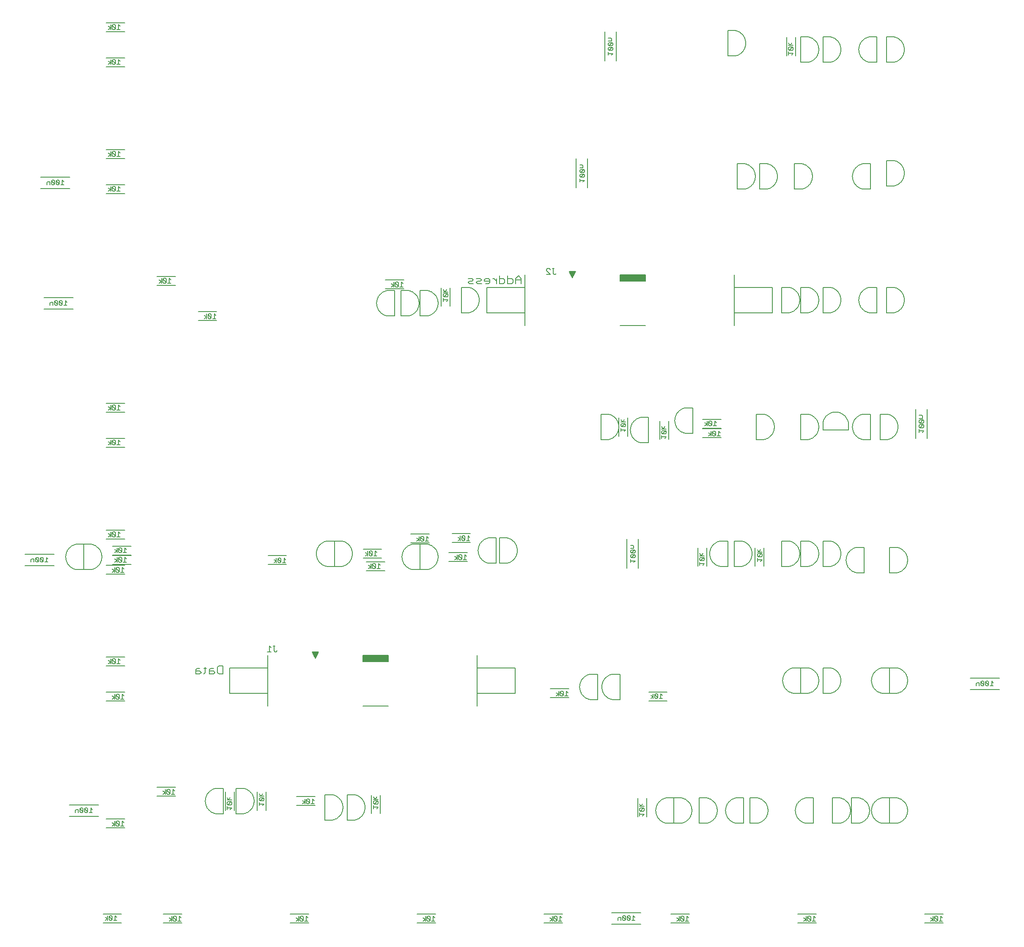
<source format=gbo>
G04 Output by ViewMate Deluxe V11.0.9  PentaLogix LLC*
G04 Fri Nov 28 06:42:21 2014*
%FSLAX33Y33*%
%MOMM*%
%IPPOS*%
%ADD17C,0.13*%
%ADD104C,0.1524*%
%ADD105C,0.127*%

%LPD*%
X0Y0D2*D17*G1X196139Y52210D2*X196444Y51905D1*X124384Y5220D2*X124689Y4915D1*X122819Y5067D2*X122819Y4458D1*X121882Y4305D2*X121882Y4915D1*X121272Y4305D2*X121272Y4762D1*X121425Y4915*X121882Y4915*X122207Y5067D2*X122207Y4458D1*X122359Y4305*X122667Y4305*X122819Y4458*X122207Y5067*X122359Y5220*X122667Y5220*X122819Y5067*X123144Y5067D2*X123297Y5220D1*X123601Y5220*X123754Y5067*X123754Y4458*X123601Y4305*X123297Y4305*X123144Y4458*X123144Y5067*X123754Y4458*X124689Y4305D2*X124079Y4305D1*X124384Y5220D2*X124384Y4305D1*X124755Y76302D2*X124447Y75997D1*X124600Y77869D2*X123990Y77869D1*X123838Y78804D2*X124447Y78804D1*X123838Y79413D2*X124295Y79413D1*X124447Y79261*X124447Y78804*X124600Y78478D2*X123990Y78478D1*X123838Y78326*X123838Y78021*X123990Y77869*X124600Y78478*X124755Y78326*X124755Y78021*X124600Y77869*X124600Y77544D2*X124755Y77389D1*X124755Y77084*X124600Y76932*X123990Y76932*X123838Y77084*X123838Y77389*X123990Y77544*X124600Y77544*X123990Y76932*X123838Y75997D2*X123838Y76606D1*X124755Y76302D2*X123838Y76302D1*X193637Y51295D2*X193637Y51905D1*X193027Y51295D2*X193027Y51752D1*X193180Y51905*X193637Y51905*X196139Y51295D2*X196139Y52210D1*X195834Y51295D2*X196444Y51295D1*X194899Y52057D2*X195052Y52210D1*X195356Y52210*X195509Y52057*X195509Y51448*X194899Y51448D2*X194899Y52057D1*X195509Y51448*X195356Y51295*X195052Y51295*X194899Y51448*X194574Y51448D2*X194574Y52057D1*X194422Y52210*X194114Y52210*X193962Y52057D2*X193962Y51448D1*X194114Y51295*X194422Y51295*X194574Y51448*X193962Y52057*X194114Y52210*X182232Y102032D2*X182540Y102337D1*X181623Y102337*X181623Y102641D2*X181623Y102032D1*X181775Y102967D2*X182385Y102967D1*X182540Y103119*X182540Y103424*X182385Y103579*X181775Y103579*X181623Y103424*X181623Y103119*X181775Y102967*X182385Y103579*X182385Y104513D2*X182540Y104361D1*X182540Y104056*X182385Y103904*X181775Y103904*X181775Y104513D2*X182385Y104513D1*X181775Y103904*X181623Y104056*X181623Y104361*X181775Y104513*X181623Y104838D2*X182232Y104838D1*X182232Y105296*X182080Y105448*X181623Y105448*X120155Y179469D2*X119545Y179469D1*X119393Y180404D2*X120002Y180404D1*X119393Y181013D2*X119850Y181013D1*X120002Y180861*X120002Y180404*X120155Y180078D2*X119545Y180078D1*X119393Y179926*X119393Y179621*X119545Y179469*X120155Y180078*X120310Y179926*X120310Y179621*X120155Y179469*X120155Y179144D2*X120310Y178989D1*X120310Y178684*X120155Y178532*X119545Y178532D2*X119393Y178684D1*X119393Y178989*X119545Y179144*X120155Y179144*X119545Y178532*X120155Y178532*X120002Y177597D2*X120310Y177902D1*X119393Y177902*X119393Y177597D2*X119393Y178206D1*X114440Y154069D2*X113830Y154069D1*X113678Y155004D2*X114287Y155004D1*X113678Y155613D2*X114135Y155613D1*X114287Y155461*X114287Y155004*X114440Y154678D2*X113830Y154678D1*X113678Y154526*X113678Y154221*X113830Y154069*X114440Y154678*X114595Y154526*X114595Y154221*X114440Y154069*X114440Y153744D2*X114595Y153589D1*X114595Y153284*X114440Y153132*X113830Y153132D2*X113678Y153284D1*X113678Y153589*X113830Y153744*X114440Y153744*X113830Y153132*X114440Y153132*X114287Y152197D2*X114595Y152502D1*X113678Y152502*X113678Y152197D2*X113678Y152806D1*X106992Y133655D2*X107772Y133655D1*X106992Y134630D2*X106992Y134435D1*X107772Y133655*X108941Y133850D2*X108745Y133655D1*X108552Y133655*X108356Y133850*X108356Y134823*X108161Y134823D2*X108552Y134823D1*X107772Y134630D2*X107577Y134823D1*X107188Y134823*X106992Y134630*X10389Y152235D2*X10084Y152540D1*X10084Y151625*X9779Y151625D2*X10389Y151625D1*X8519Y152387D2*X8519Y151778D1*X7582Y151625D2*X7582Y152235D1*X6972Y151625D2*X6972Y152082D1*X7125Y152235*X7582Y152235*X7907Y152387D2*X7907Y151778D1*X8059Y151625*X8367Y151625*X8519Y151778*X7907Y152387*X8059Y152540*X8367Y152540*X8519Y152387*X8844Y152387D2*X8997Y152540D1*X9301Y152540*X9454Y152387*X9454Y151778*X9301Y151625D2*X8997Y151625D1*X8844Y151778*X8844Y152387*X9454Y151778*X9301Y151625*X9154Y128257D2*X9154Y127648D1*X8217Y127495D2*X8217Y128105D1*X7607Y127495D2*X7607Y127952D1*X7760Y128105*X8217Y128105*X8542Y128257D2*X8542Y127648D1*X8694Y127495*X9002Y127495*X9154Y127648*X8542Y128257*X8694Y128410*X9002Y128410*X9154Y128257*X9479Y128257D2*X9632Y128410D1*X9936Y128410*X10089Y128257*X10089Y127648D2*X9936Y127495D1*X9632Y127495*X9479Y127648*X9479Y128257*X10089Y127648*X10089Y128257*X11024Y128105D2*X10719Y128410D1*X10719Y127495*X11024Y127495D2*X10414Y127495D1*X13297Y25895D2*X13297Y26505D1*X12687Y25895D2*X12687Y26352D1*X12840Y26505*X13297Y26505*X13622Y26657D2*X13774Y26810D1*X14082Y26810*X14234Y26657*X14234Y26048D2*X14082Y25895D1*X13774Y25895*X13622Y26048*X13622Y26657*X14234Y26048*X14234Y26657*X14559Y26657D2*X14712Y26810D1*X15016Y26810*X15169Y26657*X15169Y26048*X15016Y25895*X14712Y25895*X14559Y26048*X14559Y26657*X15169Y26048*X16104Y25895D2*X15494Y25895D1*X15799Y25895D2*X15799Y26810D1*X16104Y26505*X53061Y58285D2*X52865Y58090D1*X52672Y58090*X52476Y58285*X51892Y58870D2*X51501Y59258D1*X52672Y59258D2*X52281Y59258D1*X52476Y58285D2*X52476Y59258D1*X51112Y58090D2*X51892Y58090D1*X51501Y59258D2*X51501Y58090D1*X6279Y76213D2*X6279Y76822D1*X5344Y76822D2*X5344Y76213D1*X4407Y76060D2*X4407Y76670D1*X3797Y76060D2*X3797Y76518D1*X3950Y76670*X4407Y76670*X4732Y76822D2*X4732Y76213D1*X4884Y76060*X5192Y76060*X5344Y76213*X4732Y76822*X4884Y76975*X5192Y76975*X5344Y76822*X5669Y76822D2*X5669Y76213D1*X5822Y76060*X6126Y76060*X6279Y76213*X5669Y76822*X5822Y76975*X6126Y76975*X6279Y76822*X7214Y76670D2*X6909Y76975D1*X6909Y76060*X7214Y76060D2*X6604Y76060D1*X156390Y177960D2*X156075Y177648D1*X155605Y178582D2*X156233Y178582D1*X155448Y179989D2*X155763Y179520D1*X156075Y179989*X156390Y179520D2*X155448Y179520D1*X156233Y179210D2*X155605Y179210D1*X155448Y179052*X155448Y178740*X155605Y178582*X156233Y179210*X156390Y179052*X156390Y178740*X156233Y178582*X155448Y177960D2*X156390Y177960D1*X155448Y177648D2*X155448Y178275D1*X19284Y55728D2*X19754Y56040D1*X19284Y56355*X19754Y56667D2*X19754Y55728D1*X20063Y56512D2*X20218Y56667D1*X20533Y56667*X20688Y56512*X20688Y55885*X20533Y55728*X20218Y55728*X20063Y55885*X20063Y56512*X20688Y55885*X21626Y55728D2*X20998Y55728D1*X21626Y56355D2*X21311Y56667D1*X21311Y55728*X21468Y48773D2*X21468Y49400D1*X20061Y48616D2*X20533Y48928D1*X20061Y49243*X20533Y49555D2*X20533Y48616D1*X20841Y49400D2*X20841Y48773D1*X20998Y48616*X21311Y48616*X21468Y48773*X20841Y49400*X20998Y49555*X21311Y49555*X21468Y49400*X22403Y49243D2*X22090Y49555D1*X22090Y48616*X22403Y48616D2*X21775Y48616D1*X59233Y4793D2*X58920Y5105D1*X58920Y4166*X58605Y4166D2*X59233Y4166D1*X58298Y4323D2*X58298Y4950D1*X58141Y5105*X57828Y5105*X57671Y4950*X57671Y4323*X57828Y4166*X58141Y4166*X58298Y4323*X57671Y4950*X57363Y4166D2*X57363Y5105D1*X56891Y4166D2*X57363Y4478D1*X56891Y4793*X33833Y4793D2*X33520Y5105D1*X33520Y4166*X33205Y4166D2*X33833Y4166D1*X32898Y4323D2*X32898Y4950D1*X32741Y5105*X32428Y5105*X32271Y4950*X32271Y4323*X32428Y4166*X32741Y4166*X32898Y4323*X32271Y4950*X31963Y4166D2*X31963Y5105D1*X31491Y4166D2*X31963Y4478D1*X31491Y4793*X20991Y4920D2*X20676Y5232D1*X20363Y4293D2*X20991Y4293D1*X20676Y5232D2*X20676Y4293D1*X19898Y5232D2*X20053Y5077D1*X20053Y4450*X18649Y4293D2*X19119Y4605D1*X18649Y4920*X19119Y5232D2*X19119Y4293D1*X19428Y5077D2*X19428Y4450D1*X19583Y4293*X19898Y4293*X20053Y4450*X19428Y5077*X19583Y5232*X19898Y5232*X20061Y23216D2*X20533Y23528D1*X20061Y23843*X20533Y24155D2*X20533Y23216D1*X20841Y24000D2*X20998Y24155D1*X21311Y24155*X21468Y24000*X21468Y23373*X21311Y23216*X20998Y23216*X20841Y23373*X20841Y24000*X21468Y23373*X22403Y23216D2*X21775Y23216D1*X22090Y23216D2*X22090Y24155D1*X22403Y23843*X31628Y29723D2*X31628Y30350D1*X30221Y29566D2*X30693Y29878D1*X30221Y30193*X30693Y30505D2*X30693Y29566D1*X31001Y30350D2*X31001Y29723D1*X31158Y29566*X31471Y29566*X31628Y29723*X31001Y30350*X31158Y30505*X31471Y30505*X31628Y30350*X32563Y30193D2*X32250Y30505D1*X32250Y29566*X32563Y29566D2*X31935Y29566D1*X43680Y26518D2*X43995Y26830D1*X43053Y26830*X43053Y27145D2*X43053Y26518D1*X43838Y28080D2*X43995Y27922D1*X43995Y27610*X43838Y27452*X43210Y27452*X43210Y28080D2*X43838Y28080D1*X43210Y27452*X43053Y27610*X43053Y27922*X43210Y28080*X43053Y28859D2*X43368Y28390D1*X43680Y28859*X43995Y28390D2*X43053Y28390D1*X49687Y28232D2*X50315Y28232D1*X49530Y29637D2*X49845Y29167D1*X50157Y29637*X50472Y29167D2*X49530Y29167D1*X50315Y28859D2*X49687Y28859D1*X49530Y28702*X49530Y28387*X49687Y28232*X50315Y28859*X50472Y28702*X50472Y28387*X50315Y28232*X50157Y27295D2*X50472Y27610D1*X49530Y27922D2*X49530Y27295D1*X50472Y27610D2*X49530Y27610D1*X58161Y27661D2*X58633Y27973D1*X58161Y28288*X58633Y28600D2*X58633Y27661D1*X58941Y28445D2*X59098Y28600D1*X59411Y28600*X59568Y28445*X59568Y27818*X59411Y27661*X59098Y27661*X58941Y27818*X58941Y28445*X59568Y27818*X60503Y27661D2*X59875Y27661D1*X60190Y27661D2*X60190Y28600D1*X60503Y28288*X72390Y29002D2*X72705Y28532D1*X73017Y29002*X73332Y28532D2*X72390Y28532D1*X73175Y28224D2*X73332Y28067D1*X73332Y27752*X73175Y27597*X72547Y27597*X72390Y27752*X72390Y28067*X72547Y28224*X73175Y28224*X72547Y27597*X72390Y27287D2*X72390Y26660D1*X72390Y26975D2*X73332Y26975D1*X73017Y26660*X83698Y4323D2*X83698Y4950D1*X82291Y4166D2*X82763Y4478D1*X82291Y4793*X82763Y5105D2*X82763Y4166D1*X83071Y4950D2*X83071Y4323D1*X83228Y4166*X83541Y4166*X83698Y4323*X83071Y4950*X83228Y5105*X83541Y5105*X83698Y4950*X84633Y4793D2*X84320Y5105D1*X84320Y4166*X84633Y4166D2*X84005Y4166D1*X107691Y4166D2*X108163Y4478D1*X107691Y4793*X108163Y5105D2*X108163Y4166D1*X108471Y4950D2*X108628Y5105D1*X108941Y5105*X109098Y4950*X109098Y4323*X108941Y4166*X108628Y4166*X108471Y4323*X108471Y4950*X109098Y4323*X110033Y4166D2*X109405Y4166D1*X109720Y4166D2*X109720Y5105D1*X110033Y4793*X186233Y4793D2*X185920Y5105D1*X185920Y4166*X185605Y4166D2*X186233Y4166D1*X185298Y4323D2*X185298Y4950D1*X185141Y5105*X184828Y5105*X184671Y4950*X184671Y4323*X184828Y4166*X185141Y4166*X185298Y4323*X184671Y4950*X184363Y4166D2*X184363Y5105D1*X183891Y4166D2*X184363Y4478D1*X183891Y4793*X160833Y4793D2*X160520Y5105D1*X160520Y4166*X160205Y4166D2*X160833Y4166D1*X159898Y4323D2*X159898Y4950D1*X159741Y5105*X159428Y5105*X159271Y4950*X159271Y4323D2*X159271Y4950D1*X159898Y4323*X159741Y4166*X159428Y4166*X159271Y4323*X158491Y4166D2*X158963Y4478D1*X158491Y4793*X158963Y5105D2*X158963Y4166D1*X149382Y77127D2*X150010Y77127D1*X149225Y78532D2*X149540Y78062D1*X149852Y78532*X150167Y78062D2*X149225Y78062D1*X150010Y77754D2*X149382Y77754D1*X149225Y77597*X149225Y77282*X149382Y77127*X150010Y77754*X150167Y77597*X150167Y77282*X150010Y77127*X149852Y76190D2*X150167Y76505D1*X149225Y76505*X149225Y76190D2*X149225Y76817D1*X138295Y75413D2*X138610Y75725D1*X137668Y75725*X137668Y76040D2*X137668Y75413D1*X137825Y76347D2*X138453Y76347D1*X138610Y76505*X138610Y76817*X138453Y76975*X137825Y76975*X137668Y76817*X137668Y76505*X137825Y76347*X138453Y76975*X137668Y77285D2*X138610Y77285D1*X137668Y77754D2*X137983Y77285D1*X138295Y77754*X141783Y101948D2*X141470Y102260D1*X141470Y101321*X141155Y101321D2*X141783Y101321D1*X140848Y101478D2*X140848Y102105D1*X140691Y102260*X139441Y101948D2*X139913Y101633D1*X139441Y101321*X139913Y102260D2*X139913Y101321D1*X140221Y102105D2*X140221Y101478D1*X140378Y101321*X140691Y101321*X140848Y101478*X140221Y102105*X140378Y102260*X140691Y102260*X141006Y103980D2*X140691Y104292D1*X140691Y103353*X140378Y103353D2*X141006Y103353D1*X139443Y104137D2*X139598Y104292D1*X139913Y104292*X140068Y104137*X140068Y103510*X139443Y103510D2*X139443Y104137D1*X140068Y103510*X139913Y103353*X139598Y103353*X139443Y103510*X139134Y104292D2*X139134Y103353D1*X138664Y103980D2*X139134Y103665D1*X138664Y103353*X130675Y103154D2*X130363Y102685D1*X130048Y103154*X130675Y100813D2*X130990Y101125D1*X130048Y101125*X130048Y101440D2*X130048Y100813D1*X130205Y101747D2*X130833Y101747D1*X130990Y101905*X130990Y102217*X130833Y102375*X130048Y102685D2*X130990Y102685D1*X130048Y102217D2*X130205Y102375D1*X130833Y102375*X130205Y101747*X130048Y101905*X130048Y102217*X122547Y102225D2*X122862Y102540D1*X121920Y102540*X121920Y102852D2*X121920Y102225D1*X122077Y103162D2*X122705Y103162D1*X122862Y103317*X122862Y103632*X122705Y103789*X122077Y103789D2*X122705Y103789D1*X122077Y103162*X121920Y103317*X121920Y103632*X122077Y103789*X122862Y104097D2*X121920Y104097D1*X122547Y104567D2*X122235Y104097D1*X121920Y104567*X86987Y128260D2*X87302Y128575D1*X86360Y128575*X86360Y128887D2*X86360Y128260D1*X86517Y129197D2*X87145Y129197D1*X87302Y129352*X87302Y129667*X87145Y129824*X86517Y129824D2*X87145Y129824D1*X86517Y129197*X86360Y129352*X86360Y129667*X86517Y129824*X87302Y130132D2*X86360Y130132D1*X86987Y130602D2*X86675Y130132D1*X86360Y130602*X78283Y131793D2*X77970Y132105D1*X77970Y131166*X77655Y131166D2*X78283Y131166D1*X77348Y131323D2*X77191Y131166D1*X76878Y131166*X76721Y131323*X76721Y131950*X77348Y131323*X77348Y131950*X77191Y132105*X76878Y132105*X76721Y131950*X76413Y131166D2*X76413Y132105D1*X75941Y131166D2*X76413Y131478D1*X75941Y131793*X21626Y183355D2*X21311Y183667D1*X21311Y182728*X20998Y182728D2*X21626Y182728D1*X19284Y183355D2*X19754Y183040D1*X19284Y182728*X19754Y183667D2*X19754Y182728D1*X20063Y183512D2*X20218Y183667D1*X20533Y183667*X20688Y183512*X20688Y182885*X20533Y182728D2*X20688Y182885D1*X20063Y183512*X20063Y182885*X20218Y182728*X20533Y182728*X20688Y175900D2*X20688Y176527D1*X19284Y175743D2*X19754Y176055D1*X19284Y176370*X19754Y176682D2*X19754Y175743D1*X20063Y176527D2*X20063Y175900D1*X20218Y175743*X20533Y175743*X20688Y175900*X20063Y176527*X20218Y176682*X20533Y176682*X20688Y176527*X21626Y176370D2*X21311Y176682D1*X21311Y175743*X21626Y175743D2*X20998Y175743D1*X21626Y157955D2*X21311Y158267D1*X21311Y157328*X20998Y157328D2*X21626Y157328D1*X19284Y157328D2*X19754Y157640D1*X19284Y157955*X19754Y158267D2*X19754Y157328D1*X20063Y158112D2*X20218Y158267D1*X20533Y158267*X20688Y158112*X20688Y157485*X20533Y157328D2*X20688Y157485D1*X20063Y158112*X20063Y157485*X20218Y157328*X20533Y157328*X20688Y150500D2*X20688Y151127D1*X19284Y150343D2*X19754Y150655D1*X19284Y150970*X19754Y151282D2*X19754Y150343D1*X20063Y151127D2*X20063Y150500D1*X20218Y150343*X20533Y150343*X20688Y150500*X20063Y151127*X20218Y151282*X20533Y151282*X20688Y151127*X21626Y150970D2*X21311Y151282D1*X21311Y150343*X21626Y150343D2*X20998Y150343D1*X30848Y132712D2*X30848Y132085D1*X29444Y132555D2*X29914Y132240D1*X29444Y131928*X29914Y132867D2*X29914Y131928D1*X30223Y132712D2*X30223Y132085D1*X30378Y131928*X30693Y131928*X30848Y132085*X30223Y132712*X30378Y132867*X30693Y132867*X30848Y132712*X31786Y132555D2*X31471Y132867D1*X31471Y131928*X31786Y131928D2*X31158Y131928D1*X40818Y125443D2*X40505Y125755D1*X40505Y124816*X40190Y124816D2*X40818Y124816D1*X39883Y124973D2*X39883Y125600D1*X39726Y125755*X39413Y125755*X39256Y125600*X39256Y124973D2*X39256Y125600D1*X39883Y124973*X39726Y124816*X39413Y124816*X39256Y124973*X38948Y125755D2*X38948Y124816D1*X38476Y125443D2*X38948Y125128D1*X38476Y124816*X20688Y106685D2*X20688Y107312D1*X19284Y106528D2*X19754Y106840D1*X19284Y107155*X19754Y107467D2*X19754Y106528D1*X20063Y107312D2*X20063Y106685D1*X20218Y106528*X20533Y106528*X20688Y106685*X20063Y107312*X20218Y107467*X20533Y107467*X20688Y107312*X21626Y107155D2*X21311Y107467D1*X21311Y106528*X21626Y106528D2*X20998Y106528D1*X21626Y100170D2*X21311Y100482D1*X21311Y99543*X20998Y99543D2*X21626Y99543D1*X19284Y99543D2*X19754Y99855D1*X19284Y100170*X19754Y100482D2*X19754Y99543D1*X20063Y100327D2*X20218Y100482D1*X20533Y100482*X20688Y100327*X20688Y99700*X20533Y99543D2*X20688Y99700D1*X20063Y100327*X20063Y99700*X20218Y99543*X20533Y99543*X20688Y81912D2*X20688Y81285D1*X19284Y81755D2*X19754Y81440D1*X19284Y81128*X19754Y82067D2*X19754Y81128D1*X20063Y81912D2*X20063Y81285D1*X20218Y81128*X20533Y81128*X20688Y81285*X20063Y81912*X20218Y82067*X20533Y82067*X20688Y81912*X21626Y81755D2*X21311Y82067D1*X21311Y81128*X21626Y81128D2*X20998Y81128D1*X22896Y78580D2*X22581Y78892D1*X22581Y77953*X22268Y77953D2*X22896Y77953D1*X20554Y77953D2*X21024Y78265D1*X20554Y78580*X21024Y78892D2*X21024Y77953D1*X21333Y78737D2*X21488Y78892D1*X21803Y78892*X21958Y78737*X21958Y78110*X21803Y77953D2*X21488Y77953D1*X21333Y78110*X21333Y78737*X21958Y78110*X21803Y77953*X21958Y76205D2*X21958Y76832D1*X22403Y74643D2*X22090Y74955D1*X22090Y74016*X21775Y74016D2*X22403Y74016D1*X21468Y74173D2*X21468Y74800D1*X21311Y74955*X20998Y74955*X20841Y74800*X20841Y74173D2*X20841Y74800D1*X21468Y74173*X21311Y74016*X20998Y74016*X20841Y74173*X20061Y74016D2*X20533Y74328D1*X20061Y74643*X20533Y74955D2*X20533Y74016D1*X20554Y76048D2*X21024Y76360D1*X20554Y76675*X21024Y76987D2*X21024Y76048D1*X21333Y76832D2*X21333Y76205D1*X21488Y76048*X21803Y76048*X21958Y76205*X21333Y76832*X21488Y76987*X21803Y76987*X21958Y76832*X22896Y76675D2*X22581Y76987D1*X22581Y76048*X22896Y76048D2*X22268Y76048D1*X52446Y75921D2*X52918Y76233D1*X52446Y76548*X52918Y76860D2*X52918Y75921D1*X53226Y76705D2*X53383Y76860D1*X53696Y76860*X53853Y76705*X53853Y76078*X53696Y75921*X53383Y75921*X53226Y76078*X53226Y76705*X53853Y76078*X54788Y75921D2*X54160Y75921D1*X54475Y75921D2*X54475Y76860D1*X54788Y76548*X70719Y77318D2*X71189Y77630D1*X70719Y77945*X73061Y77945D2*X72746Y78257D1*X72746Y77318*X72433Y77318D2*X73061Y77318D1*X72123Y77475D2*X72123Y78102D1*X71968Y78257*X71653Y78257*X71498Y78102*X71498Y77475*X71653Y77318*X71968Y77318*X72123Y77475*X71498Y78102*X71189Y77318D2*X71189Y78257D1*X71354Y74778D2*X71824Y75090D1*X71354Y75405*X71824Y75717D2*X71824Y74778D1*X72133Y75562D2*X72288Y75717D1*X72603Y75717*X72758Y75562*X72758Y74935*X72603Y74778*X72288Y74778*X72133Y74935*X72133Y75562*X72758Y74935*X73068Y74778D2*X73696Y74778D1*X73381Y74778D2*X73381Y75717D1*X73696Y75405*X82428Y80396D2*X82428Y81023D1*X81021Y80239D2*X81493Y80551D1*X81021Y80866*X81493Y81178D2*X81493Y80239D1*X81801Y81023D2*X81801Y80396D1*X81958Y80239*X82271Y80239*X82428Y80396*X81801Y81023*X81958Y81178*X82271Y81178*X82428Y81023*X83363Y80866D2*X83050Y81178D1*X83050Y80239*X83363Y80239D2*X82735Y80239D1*X89276Y80366D2*X89748Y80678D1*X89276Y80993*X91618Y80993D2*X91305Y81305D1*X91305Y80366*X90990Y80366D2*X91618Y80366D1*X90683Y80523D2*X90683Y81150D1*X90526Y81305*X90213Y81305*X90056Y81150*X89748Y80366D2*X89748Y81305D1*X90213Y80366D2*X90056Y80523D1*X90056Y81150*X90683Y80523*X90526Y80366*X90213Y80366*X90048Y76713D2*X90048Y77340D1*X88641Y76556D2*X89113Y76868D1*X88641Y77183*X89113Y77495D2*X89113Y76556D1*X89421Y77340D2*X89421Y76713D1*X89578Y76556*X89891Y76556*X90048Y76713*X89421Y77340*X89578Y77495*X89891Y77495*X90048Y77340*X90983Y77183D2*X90670Y77495D1*X90670Y76556*X90983Y76556D2*X90355Y76556D1*X110368Y49408D2*X110368Y50035D1*X108961Y49251D2*X109433Y49563D1*X108961Y49878*X109433Y50190D2*X109433Y49251D1*X109741Y50035D2*X109741Y49408D1*X109898Y49251*X110211Y49251*X110368Y49408*X109741Y50035*X109898Y50190*X110211Y50190*X110368Y50035*X111303Y49878D2*X110990Y50190D1*X110990Y49251*X111303Y49251D2*X110675Y49251D1*X130211Y49370D2*X129896Y49682D1*X129896Y48743*X129583Y48743D2*X130211Y48743D1*X128648Y49527D2*X128803Y49682D1*X129118Y49682*X129273Y49527*X129273Y48900*X128648Y48900D2*X128648Y49527D1*X129273Y48900*X129118Y48743*X128803Y48743*X128648Y48900*X128339Y49682D2*X128339Y48743D1*X127869Y49370D2*X128339Y49055D1*X127869Y48743*X125603Y27589D2*X125918Y27120D1*X126230Y27589*X126545Y27120D2*X125603Y27120D1*X126388Y26810D2*X126545Y26652D1*X126545Y26340*X126388Y26182*X125760Y26182*X125603Y26340*X125603Y26652*X125760Y26810*X126388Y26810*X125760Y26182*X125603Y25248D2*X125603Y25875D1*X125603Y25560D2*X126545Y25560D1*X126230Y25248*X135433Y4793D2*X135120Y5105D1*X135120Y4166*X134805Y4166D2*X135433Y4166D1*X134498Y4323D2*X134498Y4950D1*X134341Y5105*X134028Y5105*X133871Y4950*X133871Y4323*X134028Y4166*X134341Y4166*X134498Y4323*X133871Y4950*X133563Y4166D2*X133563Y5105D1*X133091Y4166D2*X133563Y4478D1*X133091Y4793*D104*X120040Y3556D2*X125882Y3556D1*X85877Y131000D2*X85877Y127318D1*X197637Y52832D2*X191795Y52832D1*X191795Y50546D2*X197637Y50546D1*X186398Y3810D2*X182715Y3810D1*X182715Y5588D2*X186398Y5588D1*X160998Y5588D2*X157315Y5588D1*X157315Y3810D2*X160998Y3810D1*X106515Y3810D2*X110198Y3810D1*X110198Y5588D2*X106515Y5588D1*X135598Y5588D2*X131915Y5588D1*X131915Y3810D2*X135598Y3810D1*X125882Y5842D2*X120040Y5842D1*X125247Y25082D2*X125247Y28766D1*X127025Y28766D2*X127025Y25082D1*X131153Y50038D2*X127470Y50038D1*X127470Y48260D2*X131153Y48260D1*X111468Y48895D2*X107785Y48895D1*X107785Y50673D2*X111468Y50673D1*X51270Y77343D2*X54953Y77343D1*X54953Y75565D2*X51270Y75565D1*X70955Y74295D2*X74638Y74295D1*X74638Y76073D2*X70955Y76073D1*X70320Y76835D2*X74003Y76835D1*X74003Y78613D2*X70320Y78613D1*X79845Y81661D2*X83528Y81661D1*X83528Y79883D2*X79845Y79883D1*X87465Y76200D2*X91148Y76200D1*X91148Y77978D2*X87465Y77978D1*X88100Y80010D2*X91783Y80010D1*X91783Y81788D2*X88100Y81788D1*X141948Y104648D2*X138265Y104648D1*X138265Y102870D2*X141948Y102870D1*X141948Y102743D2*X138265Y102743D1*X138265Y100965D2*X141948Y100965D1*X131470Y104330D2*X131470Y100648D1*X129692Y100648D2*X129692Y104330D1*X121437Y104966D2*X121437Y101282D1*X123215Y101282D2*X123215Y104966D1*X123088Y74803D2*X123088Y80645D1*X125374Y80645D2*X125374Y74803D1*X137312Y75248D2*X137312Y78930D1*X139090Y78930D2*X139090Y75248D1*X148742Y75248D2*X148742Y78930D1*X150520Y78930D2*X150520Y75248D1*X183159Y100838D2*X183159Y106680D1*X180873Y106680D2*X180873Y100838D1*X156870Y181166D2*X156870Y177482D1*X155092Y177482D2*X155092Y181166D1*X120929Y182245D2*X120929Y176403D1*X118643Y176403D2*X118643Y182245D1*X115214Y156845D2*X115214Y151003D1*X112928Y151003D2*X112928Y156845D1*X101930Y132588D2*X100846Y132588D1*X101930Y131775D2*X101930Y132860D1*X101389Y133403*X100846Y132860*X100846Y131775*X99210Y131775D2*X100023Y131775D1*X100294Y132047*X100294Y132588*X100023Y132860*X99210Y132860*X99210Y131775D2*X99210Y133403D1*X97572Y133403D2*X97572Y131775D1*X97572Y132860D2*X98384Y132860D1*X98656Y132588*X98656Y132047*X98384Y131775*X97572Y131775*X97020Y132860D2*X97020Y131775D1*X97020Y132319D2*X96477Y132860D1*X96205Y132860*X95654Y132588D2*X95654Y132047D1*X95385Y131775*X94841Y131775*X94569Y132319D2*X94569Y132588D1*X94841Y132860*X95385Y132860*X95654Y132588*X94569Y132319D2*X95654Y132319D1*X93746Y132319D2*X94018Y132588D1*X93746Y132860*X92934Y132860*X92934Y132047D2*X93205Y132319D1*X93746Y132319*X94018Y131775D2*X93205Y131775D1*X92934Y132047*X92380Y131775D2*X91567Y131775D1*X91295Y132047*X91295Y132860D2*X92111Y132860D1*X92380Y132588*X92111Y132319*X91567Y132319*X91295Y132047*X87655Y127318D2*X87655Y131000D1*X78448Y130810D2*X74765Y130810D1*X74765Y132588D2*X78448Y132588D1*X22568Y184023D2*X18885Y184023D1*X18885Y182245D2*X22568Y182245D1*X22568Y177038D2*X18885Y177038D1*X18885Y175260D2*X22568Y175260D1*X5740Y150876D2*X11582Y150876D1*X11582Y153162D2*X5740Y153162D1*X18885Y158623D2*X22568Y158623D1*X22568Y156845D2*X18885Y156845D1*X18885Y151638D2*X22568Y151638D1*X22568Y149860D2*X18885Y149860D1*X40983Y124460D2*X37300Y124460D1*X37300Y126238D2*X40983Y126238D1*X32728Y133223D2*X29045Y133223D1*X29045Y131445D2*X32728Y131445D1*X6375Y129032D2*X12217Y129032D1*X12217Y126746D2*X6375Y126746D1*X22568Y107823D2*X18885Y107823D1*X18885Y106045D2*X22568Y106045D1*X22568Y100838D2*X18885Y100838D1*X18885Y99060D2*X22568Y99060D1*X2565Y75311D2*X8407Y75311D1*X8407Y77597D2*X2565Y77597D1*X18885Y82423D2*X22568Y82423D1*X22568Y80645D2*X18885Y80645D1*X20155Y79248D2*X23838Y79248D1*X23838Y77470D2*X20155Y77470D1*X20155Y77343D2*X23838Y77343D1*X23838Y75565D2*X20155Y75565D1*X18885Y75438D2*X22568Y75438D1*X22568Y73660D2*X18885Y73660D1*X41156Y55027D2*X41156Y53942D1*X41427Y53670*X42240Y53670*X42240Y55298*X41427Y55298*X41156Y55027*X40333Y54755D2*X39789Y54755D1*X39520Y54483*X39520Y53670*X39520Y54214D2*X40333Y54214D1*X40604Y53942*X40333Y53670*X39520Y53670*X38425Y53670D2*X38694Y53942D1*X38694Y55027*X38425Y54755D2*X38966Y54755D1*X37605Y54755D2*X37061Y54755D1*X36789Y54483*X36789Y54214D2*X37605Y54214D1*X37874Y53942*X37605Y53670*X36789Y53670*X36789Y54483*X18885Y57023D2*X22568Y57023D1*X22568Y55245D2*X18885Y55245D1*X18885Y50038D2*X22568Y50038D1*X22568Y48260D2*X18885Y48260D1*X55715Y5588D2*X59398Y5588D1*X59398Y3810D2*X55715Y3810D1*X84798Y3810D2*X81115Y3810D1*X81115Y5588D2*X84798Y5588D1*X73685Y29400D2*X73685Y25718D1*X71907Y25718D2*X71907Y29400D1*X60668Y27305D2*X56985Y27305D1*X56985Y29083D2*X60668Y29083D1*X50825Y26352D2*X50825Y30036D1*X49047Y30036D2*X49047Y26352D1*X44475Y26352D2*X44475Y30036D1*X42697Y30036D2*X42697Y26352D1*X32728Y30988D2*X29045Y30988D1*X29045Y29210D2*X32728Y29210D1*X11455Y27432D2*X17297Y27432D1*X17297Y25146D2*X11455Y25146D1*X18885Y24638D2*X22568Y24638D1*X22568Y22860D2*X18885Y22860D1*X33998Y3810D2*X30315Y3810D1*X30315Y5588D2*X33998Y5588D1*X21933Y5588D2*X18250Y5588D1*X18250Y3810D2*X21933Y3810D1*D105*X126771Y123444D2*X121691Y123444D1*X77876Y130429D2*X77876Y125349D1*X15900Y74549D2*X16055Y74585D1*X16205Y74630*X16355Y74684*X16500Y74747*X16640Y74818*X16777Y74900*X16909Y74988*X17033Y75085*X17153Y75187*X17264Y75298*X17371Y75415*X17470Y75540*X17559Y75669*X17643Y75804*X17716Y75943*X17783Y76088*X17838Y76236*X17887Y76385*X17925Y76540*X17953Y76695*X17973Y76853*X17983Y77010*X17983Y77168*X17973Y77325*X17953Y77483*X17925Y77638*X17887Y77793*X17838Y77942*X17783Y78090*X17716Y78235*X17643Y78374*X17559Y78509*X17470Y78638*X17371Y78763*X17264Y78880*X17153Y78991*X17033Y79093*X16909Y79190*X16777Y79278*X16640Y79360*X16500Y79431*X16355Y79494*X16205Y79548*X16055Y79593*X15900Y79629*X12852Y79629D2*X12697Y79593D1*X12548Y79548*X12398Y79494*X12253Y79431*X12113Y79360*X11976Y79278*X11844Y79190*X11720Y79093*X11600Y78991*X11488Y78880*X11382Y78763*X11283Y78638*X11194Y78509*X11110Y78374*X11036Y78235*X10970Y78090*X10914Y77942*X10866Y77793*X10828Y77638*X10800Y77483*X10780Y77325*X10770Y77168*X10770Y77010*X10780Y76853*X10800Y76695*X10828Y76540*X10866Y76385*X10914Y76236*X10970Y76088*X11036Y75943*X11110Y75804*X11194Y75669*X11283Y75540*X11382Y75415*X11488Y75298*X11600Y75187*X11720Y75085*X11844Y74988*X11976Y74900*X12113Y74818*X12253Y74747*X12398Y74684*X12548Y74630*X12697Y74585*X12852Y74549*X14376Y74549*X14376Y79629*X12852Y79629D2*X14376Y79629D1*X15900Y79629D2*X14376Y79629D1*X14376Y74549*X15900Y74549*X177190Y28829D2*X177345Y28793D1*X177495Y28748*X177645Y28694*X177790Y28631*X177930Y28560*X178067Y28478*X178199Y28390*X178323Y28293*X178443Y28191*X178554Y28080*X178661Y27963*X178760Y27838*X178849Y27709*X178933Y27574*X179006Y27435*X179073Y27290*X179128Y27142*X179177Y26993*X179215Y26838*X179243Y26683*X179263Y26525*X179273Y26368*X179273Y26210*X179263Y26053*X179243Y25895*X179215Y25740*X179177Y25585*X179128Y25436*X179073Y25288*X179006Y25143*X178933Y25004*X178849Y24869*X178760Y24740*X178661Y24615*X178554Y24498*X178443Y24387*X178323Y24285*X178199Y24188*X178067Y24100*X177930Y24018*X177790Y23947*X177645Y23884*X177495Y23830*X177345Y23785*X177190Y23749*X174142Y23749D2*X173987Y23785D1*X173838Y23830*X173688Y23884*X173543Y23947*X173403Y24018*X173266Y24100*X173134Y24188*X173010Y24285*X172890Y24387*X172778Y24498*X172672Y24615*X172573Y24740*X172484Y24869*X172400Y25004*X172326Y25143*X172260Y25288*X172204Y25436*X172156Y25585*X172118Y25740*X172090Y25895*X172070Y26053*X172060Y26210*X172060Y26368*X172070Y26525*X172090Y26683*X172118Y26838*X172156Y26993*X172204Y27142*X172260Y27290*X172326Y27435*X172400Y27574*X172484Y27709*X172573Y27838*X172672Y27963*X172778Y28080*X172890Y28191*X173010Y28293*X173134Y28390*X173266Y28478*X173403Y28560*X173543Y28631*X173688Y28694*X173838Y28748*X173987Y28793*X174142Y28829*X175666Y28829D2*X175666Y23749D1*X174142Y23749D2*X175666Y23749D1*X177190Y23749D2*X175666Y23749D1*X175666Y28829*X177190Y28829D2*X175666Y28829D1*X174142Y28829*X134010Y28829D2*X134165Y28793D1*X134315Y28748*X134465Y28694*X134610Y28631*X134750Y28560*X134887Y28478*X135019Y28390*X135143Y28293*X135263Y28191*X135374Y28080*X135481Y27963*X135580Y27838*X135669Y27709*X135753Y27574*X135826Y27435*X135893Y27290*X135948Y27142*X135997Y26993*X136035Y26838*X136063Y26683*X136083Y26525*X136093Y26368*X136093Y26210*X136083Y26053*X136063Y25895*X136035Y25740*X135997Y25585*X135948Y25436*X135893Y25288*X135826Y25143*X135753Y25004*X135669Y24869*X135580Y24740*X135481Y24615*X135374Y24498*X135263Y24387*X135143Y24285*X135019Y24188*X134887Y24100*X134750Y24018*X134610Y23947*X134465Y23884*X134315Y23830*X134165Y23785*X134010Y23749*X130962Y23749D2*X130807Y23785D1*X130658Y23830*X130508Y23884*X130363Y23947*X130223Y24018*X130086Y24100*X129954Y24188*X129830Y24285*X129710Y24387*X129598Y24498*X129492Y24615*X129393Y24740*X129304Y24869*X129220Y25004*X129146Y25143*X129080Y25288*X129024Y25436*X128976Y25585*X128938Y25740*X128910Y25895*X128890Y26053*X128880Y26210*X128880Y26368*X128890Y26525*X128910Y26683*X128938Y26838*X128976Y26993*X129024Y27142*X129080Y27290*X129146Y27435*X129220Y27574*X129304Y27709*X129393Y27838*X129492Y27963*X129598Y28080*X129710Y28191*X129830Y28293*X129954Y28390*X130086Y28478*X130223Y28560*X130363Y28631*X130508Y28694*X130658Y28748*X130807Y28793*X130962Y28829*X132486Y28829*X132486Y23749*X130962Y23749D2*X132486Y23749D1*X134010Y23749D2*X132486Y23749D1*X132486Y28829*X134010Y28829*X139090Y28829D2*X139245Y28793D1*X139395Y28748*X139545Y28694*X139690Y28631*X139830Y28560*X139967Y28478*X140099Y28390*X140223Y28293*X140343Y28191*X140454Y28080*X140561Y27963*X140660Y27838*X140749Y27709*X140833Y27574*X140906Y27435*X140973Y27290*X141028Y27142*X141077Y26993*X141115Y26838*X141143Y26683*X141163Y26525*X141173Y26368*X141173Y26210*X141163Y26053*X141143Y25895*X141115Y25740*X141077Y25585*X141028Y25436*X140973Y25288*X140906Y25143*X140833Y25004*X140749Y24869*X140660Y24740*X140561Y24615*X140454Y24498*X140343Y24387*X140223Y24285*X140099Y24188*X139967Y24100*X139830Y24018*X139690Y23947*X139545Y23884*X139395Y23830*X139245Y23785*X139090Y23749*X137566Y23749*X137566Y28829*X139090Y28829*X144932Y28829D2*X144777Y28793D1*X144628Y28748*X144478Y28694*X144333Y28631*X144193Y28560*X144056Y28478*X143924Y28390*X143800Y28293*X143680Y28191*X143568Y28080*X143462Y27963*X143363Y27838*X143274Y27709*X143190Y27574*X143116Y27435*X143050Y27290*X142994Y27142*X142946Y26993*X142908Y26838*X142880Y26683*X142860Y26525*X142850Y26368*X142850Y26210*X142860Y26053*X142880Y25895*X142908Y25740*X142946Y25585*X142994Y25436*X143050Y25288*X143116Y25143*X143190Y25004*X143274Y24869*X143363Y24740*X143462Y24615*X143568Y24498*X143680Y24387*X143800Y24285*X143924Y24188*X144056Y24100*X144193Y24018*X144333Y23947*X144478Y23884*X144628Y23830*X144777Y23785*X144932Y23749*X146456Y23749*X146456Y28829*X144932Y28829*X149250Y28829D2*X149405Y28793D1*X149555Y28748*X149705Y28694*X149850Y28631*X149990Y28560*X150127Y28478*X150259Y28390*X150383Y28293*X150503Y28191*X150614Y28080*X150721Y27963*X150820Y27838*X150909Y27709*X150993Y27574*X151066Y27435*X151133Y27290*X151188Y27142*X151237Y26993*X151275Y26838*X151303Y26683*X151323Y26525*X151333Y26368*X151333Y26210*X151323Y26053*X151303Y25895*X151275Y25740*X151237Y25585*X151188Y25436*X151133Y25288*X151066Y25143*X150993Y25004*X150909Y24869*X150820Y24740*X150721Y24615*X150614Y24498*X150503Y24387*X150383Y24285*X150259Y24188*X150127Y24100*X149990Y24018*X149850Y23947*X149705Y23884*X149555Y23830*X149405Y23785*X149250Y23749*X147726Y23749*X147726Y28829*X149250Y28829*X160426Y28829D2*X158902Y28829D1*X158747Y28793*X158598Y28748*X158448Y28694*X158303Y28631*X158163Y28560*X158026Y28478*X157894Y28390*X157770Y28293*X157650Y28191*X157538Y28080*X157432Y27963*X157333Y27838*X157244Y27709*X157160Y27574*X157086Y27435*X157020Y27290*X156964Y27142*X156916Y26993*X156878Y26838*X156850Y26683*X156830Y26525*X156820Y26368*X156820Y26210*X156830Y26053*X156850Y25895*X156878Y25740*X156916Y25585*X156964Y25436*X157020Y25288*X157086Y25143*X157160Y25004*X157244Y24869*X157333Y24740*X157432Y24615*X157538Y24498*X157650Y24387*X157770Y24285*X157894Y24188*X158026Y24100*X158163Y24018*X158303Y23947*X158448Y23884*X158598Y23830*X158747Y23785*X158902Y23749*X160426Y23749*X160426Y28829*X165760Y28829D2*X165915Y28793D1*X166065Y28748*X166215Y28694*X166360Y28631*X166500Y28560*X166637Y28478*X166769Y28390*X166893Y28293*X167013Y28191*X167124Y28080*X167231Y27963*X167330Y27838*X167419Y27709*X167503Y27574*X167576Y27435*X167643Y27290*X167698Y27142*X167747Y26993*X167785Y26838*X167813Y26683*X167833Y26525*X167843Y26368*X167843Y26210*X167833Y26053*X167813Y25895*X167785Y25740*X167747Y25585*X167698Y25436*X167643Y25288*X167576Y25143*X167503Y25004*X167419Y24869*X167330Y24740*X167231Y24615*X167124Y24498*X167013Y24387*X166893Y24285*X166769Y24188*X166637Y24100*X166500Y24018*X166360Y23947*X166215Y23884*X166065Y23830*X165915Y23785*X165760Y23749*X164236Y23749*X164236Y28829*X165760Y28829*X169570Y28829D2*X169725Y28793D1*X169875Y28748*X170025Y28694*X170170Y28631*X170310Y28560*X170447Y28478*X170579Y28390*X170703Y28293*X170823Y28191*X170934Y28080*X171041Y27963*X171140Y27838*X171229Y27709*X171313Y27574*X171386Y27435*X171453Y27290*X171508Y27142*X171557Y26993*X171595Y26838*X171623Y26683*X171643Y26525*X171653Y26368*X171653Y26210*X171643Y26053*X171623Y25895*X171595Y25740*X171557Y25585*X171508Y25436*X171453Y25288*X171386Y25143*X171313Y25004*X171229Y24869*X171140Y24740*X171041Y24615*X170934Y24498*X170823Y24387*X170703Y24285*X170579Y24188*X170447Y24100*X170310Y24018*X170170Y23947*X170025Y23884*X169875Y23830*X169725Y23785*X169570Y23749*X168046Y23749*X168046Y28829*X169570Y28829*X170332Y155829D2*X170177Y155793D1*X170028Y155748*X169878Y155694*X169733Y155631*X169593Y155560*X169456Y155478*X169324Y155390*X169200Y155293*X169080Y155191*X168968Y155080*X168862Y154963*X168763Y154838*X168674Y154709*X168590Y154574*X168516Y154435*X168450Y154290*X168394Y154142*X168346Y153993*X168308Y153838*X168280Y153683*X168260Y153525*X168250Y153368*X168250Y153210*X168260Y153053*X168280Y152895*X168308Y152740*X168346Y152585*X168394Y152436*X168450Y152288*X168516Y152143*X168590Y152004*X168674Y151869*X168763Y151740*X168862Y151615*X168968Y151498*X169080Y151387*X169200Y151285*X169324Y151188*X169456Y151100*X169593Y151018*X169733Y150947*X169878Y150884*X170028Y150830*X170177Y150785*X170332Y150749*X171856Y150749*X171856Y155829*X170332Y155829*X176555Y156464D2*X176710Y156428D1*X176860Y156383*X177010Y156329*X177155Y156266*X177295Y156195*X177432Y156113*X177564Y156025*X177688Y155928*X177808Y155826*X177919Y155715*X178026Y155598*X178125Y155473*X178214Y155344*X178298Y155209*X178372Y155070*X178438Y154925*X178493Y154777*X178542Y154628*X178580Y154473*X178608Y154318*X178628Y154160*X178638Y154003*X178638Y153845*X178628Y153688*X178608Y153530*X178580Y153375*X178542Y153220*X178493Y153071*X178438Y152923*X178372Y152778*X178298Y152639*X178214Y152504*X178125Y152375*X178026Y152250*X177919Y152133*X177808Y152022*X177688Y151920*X177564Y151823*X177432Y151735*X177295Y151653*X177155Y151582*X177010Y151519*X176860Y151465*X176710Y151420*X176555Y151384*X175031Y151384*X175031Y156464*X176555Y156464*X176555Y176149D2*X176710Y176185D1*X176860Y176230*X177010Y176284*X177155Y176347*X177295Y176418*X177432Y176500*X177564Y176588*X177688Y176685*X177808Y176787*X177919Y176898*X178026Y177015*X178125Y177140*X178214Y177269*X178298Y177404*X178372Y177543*X178438Y177688*X178493Y177836*X178542Y177985*X178580Y178140*X178608Y178295*X178628Y178453*X178638Y178610*X178638Y178768*X178628Y178925*X178608Y179083*X178580Y179238*X178542Y179393*X178493Y179542*X178438Y179690*X178372Y179835*X178298Y179974*X178214Y180109*X178125Y180238*X178026Y180363*X177919Y180480*X177808Y180591*X177688Y180693*X177564Y180790*X177432Y180878*X177295Y180960*X177155Y181031*X177010Y181094*X176860Y181148*X176710Y181193*X176555Y181229*X175031Y181229*X175031Y176149*X176555Y176149*X171602Y176149D2*X171447Y176185D1*X171298Y176230*X171148Y176284*X171003Y176347*X170863Y176418*X170726Y176500*X170594Y176588*X170470Y176685*X170350Y176787*X170238Y176898*X170132Y177015*X170033Y177140*X169944Y177269*X169860Y177404*X169786Y177543*X169720Y177688*X169664Y177836*X169616Y177985*X169578Y178140*X169550Y178295*X169530Y178453*X169520Y178610*X169520Y178768*X169530Y178925*X169550Y179083*X169578Y179238*X169616Y179393*X169664Y179542*X169720Y179690*X169786Y179835*X169860Y179974*X169944Y180109*X170033Y180238*X170132Y180363*X170238Y180480*X170350Y180591*X170470Y180693*X170594Y180790*X170726Y180878*X170863Y180960*X171003Y181031*X171148Y181094*X171298Y181148*X171447Y181193*X171602Y181229*X173126Y181229*X173126Y176149*X171602Y176149*X159410Y176149D2*X159565Y176185D1*X159715Y176230*X159865Y176284*X160010Y176347*X160150Y176418*X160287Y176500*X160419Y176588*X160543Y176685*X160663Y176787*X160774Y176898*X160881Y177015*X160980Y177140*X161069Y177269*X161153Y177404*X161226Y177543*X161293Y177688*X161348Y177836*X161397Y177985*X161435Y178140*X161463Y178295*X161483Y178453*X161493Y178610*X161493Y178768*X161483Y178925*X161463Y179083*X161435Y179238*X161397Y179393*X161348Y179542*X161293Y179690*X161226Y179835*X161153Y179974*X161069Y180109*X160980Y180238*X160881Y180363*X160774Y180480*X160663Y180591*X160543Y180693*X160419Y180790*X160287Y180878*X160150Y180960*X160010Y181031*X159865Y181094*X159715Y181148*X159565Y181193*X159410Y181229*X163855Y181229D2*X164010Y181193D1*X164160Y181148*X164310Y181094*X164455Y181031*X164595Y180960*X164732Y180878*X164864Y180790*X164988Y180693*X165108Y180591*X165219Y180480*X165326Y180363*X165425Y180238*X165514Y180109*X165598Y179974*X165672Y179835*X165738Y179690*X165793Y179542*X165842Y179393*X165880Y179238*X165908Y179083*X165928Y178925*X165938Y178768*X165938Y178610*X165928Y178453*X165908Y178295*X165880Y178140*X165842Y177985*X165793Y177836*X165738Y177688*X165672Y177543*X165598Y177404*X165514Y177269*X165425Y177140*X165326Y177015*X165219Y176898*X165108Y176787*X164988Y176685*X164864Y176588*X164732Y176500*X164595Y176418*X164455Y176347*X164310Y176284*X164160Y176230*X164010Y176185*X163855Y176149*X162331Y176149*X162331Y181229*X163855Y181229*X159410Y181229D2*X157886Y181229D1*X157886Y176149*X159410Y176149*X144805Y177419D2*X144960Y177455D1*X145110Y177500*X145260Y177554*X145405Y177617*X145545Y177688*X145682Y177770*X145814Y177858*X145938Y177955*X146058Y178057*X146169Y178168*X146276Y178285*X146375Y178410*X146464Y178539*X146548Y178674*X146622Y178813*X146688Y178958*X146743Y179106*X146792Y179255*X146830Y179410*X146858Y179565*X146878Y179723*X146888Y179880*X146888Y180038*X146878Y180195*X146858Y180353*X146830Y180508*X146792Y180663*X146743Y180812*X146688Y180960*X146622Y181105*X146548Y181244*X146464Y181379*X146375Y181508*X146276Y181633*X146169Y181750*X146058Y181861*X145938Y181963*X145814Y182060*X145682Y182148*X145545Y182230*X145405Y182301*X145260Y182364*X145110Y182418*X144960Y182463*X144805Y182499*X143281Y182499*X143281Y177419*X144805Y177419*X83210Y125349D2*X83365Y125385D1*X83515Y125430*X83665Y125484*X83810Y125547*X83950Y125618*X84087Y125700*X84219Y125788*X84343Y125885*X84463Y125987*X84574Y126098*X84681Y126215*X84780Y126340*X84869Y126469*X84953Y126604*X85026Y126743*X85093Y126888*X85148Y127036*X85197Y127185*X85235Y127340*X85263Y127495*X85283Y127653*X85293Y127810*X85293Y127968*X85283Y128125*X85263Y128283*X85235Y128438*X85197Y128593*X85148Y128742*X85093Y128890*X85026Y129035*X84953Y129174*X84869Y129309*X84780Y129438*X84681Y129563*X84574Y129680*X84463Y129791*X84343Y129893*X84219Y129990*X84087Y130078*X83950Y130160*X83810Y130231*X83665Y130294*X83515Y130348*X83365Y130393*X83210Y130429*X75082Y130429D2*X74927Y130393D1*X74778Y130348*X74628Y130294*X74483Y130231*X74343Y130160*X74206Y130078*X74074Y129990*X73950Y129893*X73830Y129791*X73718Y129680*X73612Y129563*X73513Y129438*X73424Y129309*X73340Y129174*X73266Y129035*X73200Y128890*X73144Y128742*X73096Y128593*X73058Y128438*X73030Y128283*X73010Y128125*X73000Y127968*X73000Y127810*X73010Y127653*X73030Y127495*X73058Y127340*X73096Y127185*X73144Y127036*X73200Y126888*X73266Y126743*X73340Y126604*X73424Y126469*X73513Y126340*X73612Y126215*X73718Y126098*X73830Y125987*X73950Y125885*X74074Y125788*X74206Y125700*X74343Y125618*X74483Y125547*X74628Y125484*X74778Y125430*X74927Y125385*X75082Y125349*X76606Y125349*X76606Y130429*X75082Y130429*X79400Y130429D2*X79555Y130393D1*X79705Y130348*X79855Y130294*X80000Y130231*X80140Y130160*X80277Y130078*X80409Y129990*X80533Y129893*X80653Y129791*X80764Y129680*X80871Y129563*X80970Y129438*X81059Y129309*X81143Y129174*X81216Y129035*X81283Y128890*X81338Y128742*X81387Y128593*X81425Y128438*X81453Y128283*X81473Y128125*X81483Y127968*X81483Y127810*X81473Y127653*X81453Y127495*X81425Y127340*X81387Y127185*X81338Y127036*X81283Y126888*X81216Y126743*X81143Y126604*X81059Y126469*X80970Y126340*X80871Y126215*X80764Y126098*X80653Y125987*X80533Y125885*X80409Y125788*X80277Y125700*X80140Y125618*X80000Y125547*X79855Y125484*X79705Y125430*X79555Y125385*X79400Y125349*X77876Y125349*X79400Y130429D2*X77876Y130429D1*X83210Y130429D2*X81686Y130429D1*X81686Y125349*X83210Y125349*X91465Y125984D2*X91620Y126020D1*X91770Y126065*X91920Y126119*X92065Y126182*X92205Y126253*X92342Y126335*X92474Y126423*X92598Y126520*X92718Y126622*X92829Y126733*X92936Y126850*X93035Y126975*X93124Y127104*X93208Y127239*X93282Y127378*X93348Y127523*X93403Y127671*X93452Y127820*X93490Y127975*X93518Y128130*X93538Y128288*X93548Y128445*X93548Y128603*X93538Y128760*X93518Y128918*X93490Y129073*X93452Y129228*X93403Y129377*X93348Y129525*X93282Y129670*X93208Y129809*X93124Y129944*X93035Y130073*X92936Y130198*X92829Y130315*X92718Y130426*X92598Y130528*X92474Y130625*X92342Y130713*X92205Y130795*X92065Y130866*X91920Y130929*X91770Y130983*X91620Y131028*X91465Y131064*X89941Y131064*X89941Y125984*X91465Y125984*X102641Y123444D2*X102641Y125984D1*X102641Y131064D2*X102641Y125984D1*X95021Y125984*X95021Y131064*X102641Y131064*X102641Y133604*X112763Y134163D2*X111570Y134163D1*X111633Y134038D2*X112702Y134038D1*X112641Y133916D2*X111694Y133916D1*X111755Y133792D2*X112578Y133792D1*X112517Y133670D2*X111816Y133670D1*X111879Y133546D2*X112456Y133546D1*X112395Y133424D2*X111940Y133424D1*X112001Y133299D2*X112332Y133299D1*X112271Y133177D2*X112062Y133177D1*X112126Y133053D2*X112210Y133053D1*X112166Y132969D2*X111531Y134239D1*X112801Y134239*X112166Y132969*X121691Y132438D2*X126771Y132438D1*X126771Y132560D2*X121691Y132560D1*X121691Y132685D2*X126771Y132685D1*X126771Y132806D2*X121691Y132806D1*X121691Y132931D2*X126771Y132931D1*X126771Y133053D2*X121691Y133053D1*X121691Y133177D2*X126771Y133177D1*X126771Y133299D2*X121691Y133299D1*X121691Y133424D2*X126771Y133424D1*X126771Y133546D2*X121691Y133546D1*X126771Y133604D2*X126771Y132334D1*X121691Y132334*X121691Y133604*X126771Y133604*X146710Y150749D2*X146865Y150785D1*X147015Y150830*X147165Y150884*X147310Y150947*X147450Y151018*X147587Y151100*X147719Y151188*X147843Y151285*X147963Y151387*X148074Y151498*X148181Y151615*X148280Y151740*X148369Y151869*X148453Y152004*X148526Y152143*X148593Y152288*X148648Y152436*X148697Y152585*X148735Y152740*X148763Y152895*X148783Y153053*X148793Y153210*X148793Y153368*X148783Y153525*X148763Y153683*X148735Y153838*X148697Y153993*X148648Y154142*X148593Y154290*X148526Y154435*X148453Y154574*X148369Y154709*X148280Y154838*X148181Y154963*X148074Y155080*X147963Y155191*X147843Y155293*X147719Y155390*X147587Y155478*X147450Y155560*X147310Y155631*X147165Y155694*X147015Y155748*X146865Y155793*X146710Y155829*X145186Y155829*X145186Y150749*X146710Y150749*X151155Y150749D2*X151310Y150785D1*X151460Y150830*X151610Y150884*X151755Y150947*X151895Y151018*X152032Y151100*X152164Y151188*X152288Y151285*X152408Y151387*X152519Y151498*X152626Y151615*X152725Y151740*X152814Y151869*X152898Y152004*X152972Y152143*X153038Y152288*X153093Y152436*X153142Y152585*X153180Y152740*X153208Y152895*X153228Y153053*X153238Y153210*X153238Y153368*X153228Y153525*X153208Y153683*X153180Y153838*X153142Y153993*X153093Y154142*X153038Y154290*X152972Y154435*X152898Y154574*X152814Y154709*X152725Y154838*X152626Y154963*X152519Y155080*X152408Y155191*X152288Y155293*X152164Y155390*X152032Y155478*X151895Y155560*X151755Y155631*X151610Y155694*X151460Y155748*X151310Y155793*X151155Y155829*X149631Y155829*X149631Y150749*X151155Y150749*X158140Y150749D2*X158295Y150785D1*X158445Y150830*X158595Y150884*X158740Y150947*X158880Y151018*X159017Y151100*X159149Y151188*X159273Y151285*X159393Y151387*X159504Y151498*X159611Y151615*X159710Y151740*X159799Y151869*X159883Y152004*X159956Y152143*X160023Y152288*X160078Y152436*X160127Y152585*X160165Y152740*X160193Y152895*X160213Y153053*X160223Y153210*X160223Y153368*X160213Y153525*X160193Y153683*X160165Y153838*X160127Y153993*X160078Y154142*X160023Y154290*X159956Y154435*X159883Y154574*X159799Y154709*X159710Y154838*X159611Y154963*X159504Y155080*X159393Y155191*X159273Y155293*X159149Y155390*X159017Y155478*X158880Y155560*X158740Y155631*X158595Y155694*X158445Y155748*X158295Y155793*X158140Y155829*X156616Y155829*X156616Y150749*X158140Y150749*X155600Y125984D2*X155755Y126020D1*X155905Y126065*X156055Y126119*X156200Y126182*X156340Y126253*X156477Y126335*X156609Y126423*X156733Y126520*X156853Y126622*X156964Y126733*X157071Y126850*X157170Y126975*X157259Y127104*X157343Y127239*X157416Y127378*X157483Y127523*X157538Y127671*X157587Y127820*X157625Y127975*X157653Y128130*X157673Y128288*X157683Y128445*X157683Y128603*X157673Y128760*X157653Y128918*X157625Y129073*X157587Y129228*X157538Y129377*X157483Y129525*X157416Y129670*X157343Y129809*X157259Y129944*X157170Y130073*X157071Y130198*X156964Y130315*X156853Y130426*X156733Y130528*X156609Y130625*X156477Y130713*X156340Y130795*X156200Y130866*X156055Y130929*X155905Y130983*X155755Y131028*X155600Y131064*X154076Y131064*X175031Y125984D2*X176555Y125984D1*X176710Y126020*X176860Y126065*X177010Y126119*X177155Y126182*X177295Y126253*X177432Y126335*X177564Y126423*X177688Y126520*X177808Y126622*X177919Y126733*X178026Y126850*X178125Y126975*X178214Y127104*X178298Y127239*X178372Y127378*X178438Y127523*X178493Y127671*X178542Y127820*X178580Y127975*X178608Y128130*X178628Y128288*X178638Y128445*X178638Y128603*X178628Y128760*X178608Y128918*X178580Y129073*X178542Y129228*X178493Y129377*X178438Y129525*X178372Y129670*X178298Y129809*X178214Y129944*X178125Y130073*X178026Y130198*X177919Y130315*X177808Y130426*X177688Y130528*X177564Y130625*X177432Y130713*X177295Y130795*X177155Y130866*X177010Y130929*X176860Y130983*X176710Y131028*X176555Y131064*X175031Y131064*X175031Y125984*X171602Y125984D2*X171447Y126020D1*X171298Y126065*X171148Y126119*X171003Y126182*X170863Y126253*X170726Y126335*X170594Y126423*X170470Y126520*X170350Y126622*X170238Y126733*X170132Y126850*X170033Y126975*X169944Y127104*X169860Y127239*X169786Y127378*X169720Y127523*X169664Y127671*X169616Y127820*X169578Y127975*X169550Y128130*X169530Y128288*X169520Y128445*X169520Y128603*X169530Y128760*X169550Y128918*X169578Y129073*X169616Y129228*X169664Y129377*X169720Y129525*X169786Y129670*X169860Y129809*X169944Y129944*X170033Y130073*X170132Y130198*X170238Y130315*X170350Y130426*X170470Y130528*X170594Y130625*X170726Y130713*X170863Y130795*X171003Y130866*X171148Y130929*X171298Y130983*X171447Y131028*X171602Y131064*X173126Y131064*X173126Y125984*X171602Y125984*X163855Y125984D2*X164010Y126020D1*X164160Y126065*X164310Y126119*X164455Y126182*X164595Y126253*X164732Y126335*X164864Y126423*X164988Y126520*X165108Y126622*X165219Y126733*X165326Y126850*X165425Y126975*X165514Y127104*X165598Y127239*X165672Y127378*X165738Y127523*X165793Y127671*X165842Y127820*X165880Y127975*X165908Y128130*X165928Y128288*X165938Y128445*X165938Y128603*X165928Y128760*X165908Y128918*X165880Y129073*X165842Y129228*X165793Y129377*X165738Y129525*X165672Y129670*X165598Y129809*X165514Y129944*X165425Y130073*X165326Y130198*X165219Y130315*X165108Y130426*X164988Y130528*X164864Y130625*X164732Y130713*X164595Y130795*X164455Y130866*X164310Y130929*X164160Y130983*X164010Y131028*X163855Y131064*X162331Y131064*X162331Y125984*X163855Y125984*X159410Y125984D2*X159565Y126020D1*X159715Y126065*X159865Y126119*X160010Y126182*X160150Y126253*X160287Y126335*X160419Y126423*X160543Y126520*X160663Y126622*X160774Y126733*X160881Y126850*X160980Y126975*X161069Y127104*X161153Y127239*X161226Y127378*X161293Y127523*X161348Y127671*X161397Y127820*X161435Y127975*X161463Y128130*X161483Y128288*X161493Y128445*X161493Y128603*X161483Y128760*X161463Y128918*X161435Y129073*X161397Y129228*X161348Y129377*X161293Y129525*X161226Y129670*X161153Y129809*X161069Y129944*X160980Y130073*X160881Y130198*X160774Y130315*X160663Y130426*X160543Y130528*X160419Y130625*X160287Y130713*X160150Y130795*X160010Y130866*X159865Y130929*X159715Y130983*X159565Y131028*X159410Y131064*X157886Y131064*X157886Y125984*X159410Y125984*X155600Y125984D2*X154076Y125984D1*X154076Y131064*X144551Y131064D2*X144551Y133604D1*X144551Y125984D2*X152171Y125984D1*X152171Y131064*X144551Y131064*X144551Y125984*X144551Y123444*X177190Y78994D2*X177345Y78958D1*X177495Y78913*X177645Y78859*X177790Y78796*X177930Y78725*X178067Y78643*X178199Y78555*X178323Y78458*X178443Y78356*X178554Y78245*X178661Y78128*X178760Y78003*X178849Y77874*X178933Y77739*X179006Y77600*X179073Y77455*X179128Y77307*X179177Y77158*X179215Y77003*X179243Y76848*X179263Y76690*X179273Y76533*X179273Y76375*X179263Y76218*X179243Y76060*X179215Y75905*X179177Y75750*X179128Y75601*X179073Y75453*X179006Y75308*X178933Y75169*X178849Y75034*X178760Y74905*X178661Y74780*X178554Y74663*X178443Y74552*X178323Y74450*X178199Y74353*X178067Y74265*X177930Y74183*X177790Y74112*X177645Y74049*X177495Y73995*X177345Y73950*X177190Y73914*X175666Y73914*X175666Y78994*X177190Y78994*X175285Y100584D2*X175440Y100620D1*X175590Y100665*X175740Y100719*X175885Y100782*X176025Y100853*X176162Y100935*X176294Y101023*X176418Y101120*X176538Y101222*X176649Y101333*X176756Y101450*X176855Y101575*X176944Y101704*X177028Y101839*X177102Y101978*X177168Y102123*X177223Y102271*X177272Y102420*X177310Y102575*X177338Y102730*X177358Y102888*X177368Y103045*X177368Y103203*X177358Y103360*X177338Y103518*X177310Y103673*X177272Y103828*X177223Y103977*X177168Y104125*X177102Y104270*X177028Y104409*X176944Y104544*X176855Y104673*X176756Y104798*X176649Y104915*X176538Y105026*X176418Y105128*X176294Y105225*X176162Y105313*X176025Y105395*X175885Y105466*X175740Y105529*X175590Y105583*X175440Y105628*X175285Y105664*X173761Y105664*X173761Y100584*X175285Y100584*X170332Y100584D2*X170177Y100620D1*X170028Y100665*X169878Y100719*X169733Y100782*X169593Y100853*X169456Y100935*X169324Y101023*X169200Y101120*X169080Y101222*X168968Y101333*X168862Y101450*X168763Y101575*X168674Y101704*X168590Y101839*X168516Y101978*X168450Y102123*X168394Y102271*X168346Y102420*X168308Y102575*X168280Y102730*X168260Y102888*X168250Y103045*X168250Y103203*X168260Y103360*X168280Y103518*X168308Y103673*X168346Y103828*X168394Y103977*X168450Y104125*X168516Y104270*X168590Y104409*X168674Y104544*X168763Y104673*X168862Y104798*X168968Y104915*X169080Y105026*X169200Y105128*X169324Y105225*X169456Y105313*X169593Y105395*X169733Y105466*X169878Y105529*X170028Y105583*X170177Y105628*X170332Y105664*X171856Y105664*X171856Y100584*X170332Y100584*X159410Y100584D2*X159565Y100620D1*X159715Y100665*X159865Y100719*X160010Y100782*X160150Y100853*X160287Y100935*X160419Y101023*X160543Y101120*X160663Y101222*X160774Y101333*X160881Y101450*X160980Y101575*X161069Y101704*X161153Y101839*X161226Y101978*X161293Y102123*X161348Y102271*X161397Y102420*X161435Y102575*X161463Y102730*X161483Y102888*X161493Y103045*X161493Y103203*X161483Y103360*X161463Y103518*X161435Y103673*X161397Y103828*X161348Y103977*X161293Y104125*X161226Y104270*X161153Y104409*X161069Y104544*X160980Y104673*X160881Y104798*X160774Y104915*X160663Y105026*X160543Y105128*X160419Y105225*X160287Y105313*X160150Y105395*X160010Y105466*X159865Y105529*X159715Y105583*X159565Y105628*X159410Y105664*X162331Y104013D2*X162367Y104168D1*X162413Y104318*X162466Y104468*X162530Y104612*X162601Y104752*X162682Y104889*X162771Y105021*X162867Y105146*X162969Y105265*X163081Y105377*X163198Y105484*X163322Y105583*X163452Y105672*X163586Y105755*X163726Y105829*X163871Y105895*X164018Y105951*X164168Y105999*X164323Y106037*X164478Y106065*X164635Y106086*X164793Y106096*X164950Y106096*X165108Y106086*X165265Y106065*X165420Y106037*X165575Y105999*X165725Y105951*X165872Y105895*X166017Y105829*X166157Y105755*X166291Y105672*X166421Y105583*X166545Y105484*X166662Y105377*X166774Y105265*X166875Y105146*X166972Y105021*X167061Y104889*X167142Y104752*X167213Y104612*X167277Y104468*X167330Y104318*X167376Y104168*X167411Y104013*X167411Y102489*X162331Y102489*X162331Y104013*X159410Y105664D2*X157886Y105664D1*X157886Y100584*X159410Y100584*X150520Y100584D2*X150675Y100620D1*X150825Y100665*X150975Y100719*X151120Y100782*X151260Y100853*X151397Y100935*X151529Y101023*X151653Y101120*X151773Y101222*X151884Y101333*X151991Y101450*X152090Y101575*X152179Y101704*X152263Y101839*X152336Y101978*X152403Y102123*X152458Y102271*X152507Y102420*X152545Y102575*X152573Y102730*X152593Y102888*X152603Y103045*X152603Y103203*X152593Y103360*X152573Y103518*X152545Y103673*X152507Y103828*X152458Y103977*X152403Y104125*X152336Y104270*X152263Y104409*X152179Y104544*X152090Y104673*X151991Y104798*X151884Y104915*X151773Y105026*X151653Y105128*X151529Y105225*X151397Y105313*X151260Y105395*X151120Y105466*X150975Y105529*X150825Y105583*X150675Y105628*X150520Y105664*X148996Y105664*X148996Y100584*X150520Y100584*X134772Y101854D2*X134617Y101890D1*X134468Y101935*X134318Y101989*X134173Y102052*X134033Y102123*X133896Y102205*X133764Y102293*X133640Y102390*X133520Y102492*X133408Y102603*X133302Y102720*X133203Y102845*X133114Y102974*X133030Y103109*X132956Y103248*X132890Y103393*X132834Y103541*X132786Y103690*X132748Y103845*X132720Y104000*X132700Y104158*X132690Y104315*X132690Y104473*X132700Y104630*X132720Y104788*X132748Y104943*X132786Y105098*X132834Y105247*X132890Y105395*X132956Y105540*X133030Y105679*X133114Y105814*X133203Y105943*X133302Y106068*X133408Y106185*X133520Y106296*X133640Y106398*X133764Y106495*X133896Y106583*X134033Y106665*X134173Y106736*X134318Y106799*X134468Y106853*X134617Y106898*X134772Y106934*X136296Y106934*X136296Y101854*X134772Y101854*X125882Y99949D2*X125727Y99985D1*X125578Y100030*X125428Y100084*X125283Y100147*X125143Y100218*X125006Y100300*X124874Y100388*X124750Y100485*X124630Y100587*X124518Y100698*X124412Y100815*X124313Y100940*X124224Y101069*X124140Y101204*X124066Y101343*X124000Y101488*X123944Y101636*X123896Y101785*X123858Y101940*X123830Y102095*X123810Y102253*X123800Y102410*X123800Y102568*X123810Y102725*X123830Y102883*X123858Y103038*X123896Y103193*X123944Y103342*X124000Y103490*X124066Y103635*X124140Y103774*X124224Y103909*X124313Y104038*X124412Y104163*X124518Y104280*X124630Y104391*X124750Y104493*X124874Y104590*X125006Y104678*X125143Y104760*X125283Y104831*X125428Y104894*X125578Y104948*X125727Y104993*X125882Y105029*X127406Y105029*X127406Y99949*X125882Y99949*X119405Y100584D2*X119560Y100620D1*X119710Y100665*X119860Y100719*X120005Y100782*X120145Y100853*X120282Y100935*X120414Y101023*X120538Y101120*X120658Y101222*X120769Y101333*X120876Y101450*X120975Y101575*X121064Y101704*X121148Y101839*X121222Y101978*X121288Y102123*X121343Y102271*X121392Y102420*X121430Y102575*X121458Y102730*X121478Y102888*X121488Y103045*X121488Y103203*X121478Y103360*X121458Y103518*X121430Y103673*X121392Y103828*X121343Y103977*X121288Y104125*X121222Y104270*X121148Y104409*X121064Y104544*X120975Y104673*X120876Y104798*X120769Y104915*X120658Y105026*X120538Y105128*X120414Y105225*X120282Y105313*X120145Y105395*X120005Y105466*X119860Y105529*X119710Y105583*X119560Y105628*X119405Y105664*X117881Y105664*X117881Y100584*X119405Y100584*X95402Y75819D2*X95247Y75855D1*X95098Y75900*X94948Y75954*X94803Y76017*X94663Y76088*X94526Y76170*X94394Y76258*X94270Y76355*X94150Y76457*X94038Y76568*X93932Y76685*X93833Y76810*X93744Y76939*X93660Y77074*X93586Y77213*X93520Y77358*X93464Y77506*X93416Y77655*X93378Y77810*X93350Y77965*X93330Y78123*X93320Y78280*X93320Y78438*X93330Y78595*X93350Y78753*X93378Y78908*X93416Y79063*X93464Y79212*X93520Y79360*X93586Y79505*X93660Y79644*X93744Y79779*X93833Y79908*X93932Y80033*X94038Y80150*X94150Y80261*X94270Y80363*X94394Y80460*X94526Y80548*X94663Y80630*X94803Y80701*X94948Y80764*X95098Y80818*X95247Y80863*X95402Y80899*X99085Y80899D2*X99240Y80863D1*X99390Y80818*X99540Y80764*X99685Y80701*X99825Y80630*X99962Y80548*X100094Y80460*X100218Y80363*X100338Y80261*X100449Y80150*X100556Y80033*X100655Y79908*X100744Y79779*X100828Y79644*X100902Y79505*X100968Y79360*X101023Y79212*X101072Y79063*X101110Y78908*X101138Y78753*X101158Y78595*X101168Y78438*X101168Y78280*X101158Y78123*X101138Y77965*X101110Y77810*X101072Y77655*X101023Y77506*X100968Y77358*X100902Y77213*X100828Y77074*X100744Y76939*X100655Y76810*X100556Y76685*X100449Y76568*X100338Y76457*X100218Y76355*X100094Y76258*X99962Y76170*X99825Y76088*X99685Y76017*X99540Y75954*X99390Y75900*X99240Y75855*X99085Y75819*X97561Y75819*X97561Y80899*X99085Y80899*X95402Y80899D2*X96926Y80899D1*X96926Y75819*X95402Y75819*X66065Y75184D2*X66220Y75220D1*X66370Y75265*X66520Y75319*X66665Y75382*X66805Y75453*X66942Y75535*X67074Y75623*X67198Y75720*X67318Y75822*X67429Y75933*X67536Y76050*X67635Y76175*X67724Y76304*X67808Y76439*X67882Y76578*X67948Y76723*X68003Y76871*X68052Y77020*X68090Y77175*X68118Y77330*X68138Y77488*X68148Y77645*X68148Y77803*X68138Y77960*X68118Y78118*X68090Y78273*X68052Y78428*X68003Y78577*X67948Y78725*X67882Y78870*X67808Y79009*X67724Y79144*X67635Y79273*X67536Y79398*X67429Y79515*X67318Y79626*X67198Y79728*X67074Y79825*X66942Y79913*X66805Y79995*X66665Y80066*X66520Y80129*X66370Y80183*X66220Y80228*X66065Y80264*X63017Y80264D2*X62862Y80228D1*X62713Y80183*X62563Y80129*X62418Y80066*X62278Y79995*X62141Y79913*X62009Y79825*X61885Y79728*X61765Y79626*X61653Y79515*X61547Y79398*X61448Y79273*X61359Y79144*X61275Y79009*X61201Y78870*X61135Y78725*X61079Y78577*X61031Y78428*X60993Y78273*X60965Y78118*X60945Y77960*X60935Y77803*X60935Y77645*X60945Y77488*X60965Y77330*X60993Y77175*X61031Y77020*X61079Y76871*X61135Y76723*X61201Y76578*X61275Y76439*X61359Y76304*X61448Y76175*X61547Y76050*X61653Y75933*X61765Y75822*X61885Y75720*X62009Y75623*X62141Y75535*X62278Y75453*X62418Y75382*X62563Y75319*X62713Y75265*X62862Y75220*X63017Y75184*X64541Y75184*X64541Y80264*X63017Y80264D2*X64541Y80264D1*X66065Y80264D2*X64541Y80264D1*X64541Y75184*X66065Y75184*X80162Y74549D2*X80007Y74585D1*X79858Y74630*X79708Y74684*X79563Y74747*X79423Y74818*X79286Y74900*X79154Y74988*X79030Y75085*X78910Y75187*X78798Y75298*X78692Y75415*X78593Y75540*X78504Y75669*X78420Y75804*X78346Y75943*X78280Y76088*X78224Y76236*X78176Y76385*X78138Y76540*X78110Y76695*X78090Y76853*X78080Y77010*X78080Y77168*X78090Y77325*X78110Y77483*X78138Y77638*X78176Y77793*X78224Y77942*X78280Y78090*X78346Y78235*X78420Y78374*X78504Y78509*X78593Y78638*X78692Y78763*X78798Y78880*X78910Y78991*X79030Y79093*X79154Y79190*X79286Y79278*X79423Y79360*X79563Y79431*X79708Y79494*X79858Y79548*X80007Y79593*X80162Y79629*X83210Y79629D2*X83365Y79593D1*X83515Y79548*X83665Y79494*X83810Y79431*X83950Y79360*X84087Y79278*X84219Y79190*X84343Y79093*X84463Y78991*X84574Y78880*X84681Y78763*X84780Y78638*X84869Y78509*X84953Y78374*X85026Y78235*X85093Y78090*X85148Y77942*X85197Y77793*X85235Y77638*X85263Y77483*X85283Y77325*X85293Y77168*X85293Y77010*X85283Y76853*X85263Y76695*X85235Y76540*X85197Y76385*X85148Y76236*X85093Y76088*X85026Y75943*X84953Y75804*X84869Y75669*X84780Y75540*X84681Y75415*X84574Y75298*X84463Y75187*X84343Y75085*X84219Y74988*X84087Y74900*X83950Y74818*X83810Y74747*X83665Y74684*X83515Y74630*X83365Y74585*X83210Y74549*X81686Y74549*X81686Y79629*X83210Y79629D2*X81686Y79629D1*X80162Y79629D2*X81686Y79629D1*X81686Y74549*X80162Y74549*X67081Y29464D2*X68605Y29464D1*X68760Y29428*X68910Y29383*X69060Y29329*X69205Y29266*X69345Y29195*X69482Y29113*X69614Y29025*X69738Y28928*X69858Y28826*X69969Y28715*X70076Y28598*X70175Y28473*X70264Y28344*X70348Y28209*X70422Y28070*X70488Y27925*X70543Y27777*X70592Y27628*X70630Y27473*X70658Y27318*X70678Y27160*X70688Y27003*X70688Y26845*X70678Y26688*X70658Y26530*X70630Y26375*X70592Y26220*X70543Y26071*X70488Y25923*X70422Y25778*X70348Y25639*X70264Y25504*X70175Y25375*X70076Y25250*X69969Y25133*X69858Y25022*X69738Y24920*X69614Y24823*X69482Y24735*X69345Y24653*X69205Y24582*X69060Y24519*X68910Y24465*X68760Y24420*X68605Y24384*X67081Y24384*X67081Y29464*X62636Y29464D2*X64160Y29464D1*X64315Y29428*X64465Y29383*X64615Y29329*X64760Y29266*X64900Y29195*X65037Y29113*X65169Y29025*X65293Y28928*X65413Y28826*X65524Y28715*X65631Y28598*X65730Y28473*X65819Y28344*X65903Y28209*X65976Y28070*X66043Y27925*X66098Y27777*X66147Y27628*X66185Y27473*X66213Y27318*X66233Y27160*X66243Y27003*X66243Y26845*X66233Y26688*X66213Y26530*X66185Y26375*X66147Y26220*X66098Y26071*X66043Y25923*X65976Y25778*X65903Y25639*X65819Y25504*X65730Y25375*X65631Y25250*X65524Y25133*X65413Y25022*X65293Y24920*X65169Y24823*X65037Y24735*X64900Y24653*X64760Y24582*X64615Y24519*X64465Y24465*X64315Y24420*X64160Y24384*X62636Y24384*X62636Y29464*X40792Y30734D2*X40637Y30698D1*X40488Y30653*X40338Y30599*X40193Y30536*X40053Y30465*X39916Y30383*X39784Y30295*X39660Y30198*X39540Y30096*X39428Y29985*X39322Y29868*X39223Y29743*X39134Y29614*X39050Y29479*X38976Y29340*X38910Y29195*X38854Y29047*X38806Y28898*X38768Y28743*X38740Y28588*X38720Y28430*X38710Y28273*X38710Y28115*X38720Y27958*X38740Y27800*X38768Y27645*X38806Y27490*X38854Y27341*X38910Y27193*X38976Y27048*X39050Y26909*X39134Y26774*X39223Y26645*X39322Y26520*X39428Y26403*X39540Y26292*X39660Y26190*X39784Y26093*X39916Y26005*X40053Y25923*X40193Y25852*X40338Y25789*X40488Y25735*X40637Y25690*X40792Y25654*X42316Y25654*X42316Y30734*X40792Y30734*X46380Y30734D2*X46535Y30698D1*X46685Y30653*X46835Y30599*X46980Y30536*X47120Y30465*X47257Y30383*X47389Y30295*X47513Y30198*X47633Y30096*X47744Y29985*X47851Y29868*X47950Y29743*X48039Y29614*X48123Y29479*X48196Y29340*X48263Y29195*X48318Y29047*X48367Y28898*X48405Y28743*X48433Y28588*X48453Y28430*X48463Y28273*X48463Y28115*X48453Y27958*X48433Y27800*X48405Y27645*X48367Y27490*X48318Y27341*X48263Y27193*X48196Y27048*X48123Y26909*X48039Y26774*X47950Y26645*X47851Y26520*X47744Y26403*X47633Y26292*X47513Y26190*X47389Y26093*X47257Y26005*X47120Y25923*X46980Y25852*X46835Y25789*X46685Y25735*X46535Y25690*X46380Y25654*X44856Y25654*X44856Y30734*X46380Y30734*X51206Y47244D2*X51206Y49784D1*X51206Y54864D2*X51206Y49784D1*X43586Y49784*X43586Y54864*X51206Y54864*X51206Y57404*X60747Y56799D2*X60716Y56799D1*X60655Y56921D2*X60808Y56921D1*X60871Y57046D2*X60594Y57046D1*X60533Y57168D2*X60932Y57168D1*X60993Y57292D2*X60470Y57292D1*X60409Y57414D2*X61054Y57414D1*X61117Y57539D2*X60348Y57539D1*X60287Y57661D2*X61178Y57661D1*X61239Y57785D2*X60223Y57785D1*X60162Y57907D2*X61300Y57907D1*X61364Y58031D2*X60101Y58031D1*X61366Y58039D2*X60096Y58039D1*X60731Y56769*X61366Y58039*X75336Y57292D2*X70256Y57292D1*X70256Y57168D2*X75336Y57168D1*X75336Y57046D2*X70256Y57046D1*X70256Y56921D2*X75336Y56921D1*X75336Y56799D2*X70256Y56799D1*X70256Y56675D2*X75336Y56675D1*X75336Y56553D2*X70256Y56553D1*X70256Y56429D2*X75336Y56429D1*X75336Y56307D2*X70256Y56307D1*X70256Y56182D2*X75336Y56182D1*X70256Y56134D2*X70256Y57404D1*X75336Y57404*X75336Y56134*X70256Y56134*X75336Y47244D2*X70256Y47244D1*X93116Y49784D2*X93116Y47244D1*X93116Y57404D2*X93116Y54864D1*X100736Y54864D2*X93116Y54864D1*X93116Y49784*X100736Y49784*X100736Y54864*X115722Y53594D2*X115567Y53558D1*X115418Y53513*X115268Y53459*X115123Y53396*X114983Y53325*X114846Y53243*X114714Y53155*X114590Y53058*X114470Y52956*X114358Y52845*X114252Y52728*X114153Y52603*X114064Y52474*X113980Y52339*X113906Y52200*X113840Y52055*X113784Y51907*X113736Y51758*X113698Y51603*X113670Y51448*X113650Y51290*X113640Y51133*X113640Y50975*X113650Y50818*X113670Y50660*X113698Y50505*X113736Y50350*X113784Y50201*X113840Y50053*X113906Y49908*X113980Y49769*X114064Y49634*X114153Y49505*X114252Y49380*X114358Y49263*X114470Y49152*X114590Y49050*X114714Y48953*X114846Y48865*X114983Y48783*X115123Y48712*X115268Y48649*X115418Y48595*X115567Y48550*X115722Y48514*X117246Y48514*X117246Y53594*X115722Y53594*X120167Y53594D2*X120012Y53558D1*X119863Y53513*X119713Y53459*X119568Y53396*X119428Y53325*X119291Y53243*X119159Y53155*X119035Y53058*X118915Y52956*X118803Y52845*X118697Y52728*X118598Y52603*X118509Y52474*X118425Y52339*X118351Y52200*X118285Y52055*X118229Y51907*X118181Y51758*X118143Y51603*X118115Y51448*X118095Y51290*X118085Y51133*X118085Y50975*X118095Y50818*X118115Y50660*X118143Y50505*X118181Y50350*X118229Y50201*X118285Y50053*X118351Y49908*X118425Y49769*X118509Y49634*X118598Y49505*X118697Y49380*X118803Y49263*X118915Y49152*X119035Y49050*X119159Y48953*X119291Y48865*X119428Y48783*X119568Y48712*X119713Y48649*X119863Y48595*X120012Y48550*X120167Y48514*X121691Y48514*X121691Y53594*X120167Y53594*X141757Y75184D2*X141602Y75220D1*X141453Y75265*X141303Y75319*X141158Y75382*X141018Y75453*X140881Y75535*X140749Y75623*X140625Y75720*X140505Y75822*X140393Y75933*X140287Y76050*X140188Y76175*X140099Y76304*X140015Y76439*X139941Y76578*X139875Y76723*X139819Y76871*X139771Y77020*X139733Y77175*X139705Y77330*X139685Y77488*X139675Y77645*X139675Y77803*X139685Y77960*X139705Y78118*X139733Y78273*X139771Y78428*X139819Y78577*X139875Y78725*X139941Y78870*X140015Y79009*X140099Y79144*X140188Y79273*X140287Y79398*X140393Y79515*X140505Y79626*X140625Y79728*X140749Y79825*X140881Y79913*X141018Y79995*X141158Y80066*X141303Y80129*X141453Y80183*X141602Y80228*X141757Y80264*X143281Y80264*X143281Y75184*X141757Y75184*X146075Y75184D2*X146230Y75220D1*X146380Y75265*X146530Y75319*X146675Y75382*X146815Y75453*X146952Y75535*X147084Y75623*X147208Y75720*X147328Y75822*X147439Y75933*X147546Y76050*X147645Y76175*X147734Y76304*X147818Y76439*X147892Y76578*X147958Y76723*X148013Y76871*X148062Y77020*X148100Y77175*X148128Y77330*X148148Y77488*X148158Y77645*X148158Y77803*X148148Y77960*X148128Y78118*X148100Y78273*X148062Y78428*X148013Y78577*X147958Y78725*X147892Y78870*X147818Y79009*X147734Y79144*X147645Y79273*X147546Y79398*X147439Y79515*X147328Y79626*X147208Y79728*X147084Y79825*X146952Y79913*X146815Y79995*X146675Y80066*X146530Y80129*X146380Y80183*X146230Y80228*X146075Y80264*X144551Y80264*X144551Y75184*X146075Y75184*X155600Y75184D2*X155755Y75220D1*X155905Y75265*X156055Y75319*X156200Y75382*X156340Y75453*X156477Y75535*X156609Y75623*X156733Y75720*X156853Y75822*X156964Y75933*X157071Y76050*X157170Y76175*X157259Y76304*X157343Y76439*X157416Y76578*X157483Y76723*X157538Y76871*X157587Y77020*X157625Y77175*X157653Y77330*X157673Y77488*X157683Y77645*X157683Y77803*X157673Y77960*X157653Y78118*X157625Y78273*X157587Y78428*X157538Y78577*X157483Y78725*X157416Y78870*X157343Y79009*X157259Y79144*X157170Y79273*X157071Y79398*X156964Y79515*X156853Y79626*X156733Y79728*X156609Y79825*X156477Y79913*X156340Y79995*X156200Y80066*X156055Y80129*X155905Y80183*X155755Y80228*X155600Y80264*X154076Y80264*X154076Y75184*X155600Y75184*X159410Y75184D2*X159565Y75220D1*X159715Y75265*X159865Y75319*X160010Y75382*X160150Y75453*X160287Y75535*X160419Y75623*X160543Y75720*X160663Y75822*X160774Y75933*X160881Y76050*X160980Y76175*X161069Y76304*X161153Y76439*X161226Y76578*X161293Y76723*X161348Y76871*X161397Y77020*X161435Y77175*X161463Y77330*X161483Y77488*X161493Y77645*X161493Y77803*X161483Y77960*X161463Y78118*X161435Y78273*X161397Y78428*X161348Y78577*X161293Y78725*X161226Y78870*X161153Y79009*X161069Y79144*X160980Y79273*X160881Y79398*X160774Y79515*X160663Y79626*X160543Y79728*X160419Y79825*X160287Y79913*X160150Y79995*X160010Y80066*X159865Y80129*X159715Y80183*X159565Y80228*X159410Y80264*X157886Y80264*X157886Y75184*X159410Y75184*X163855Y75184D2*X164010Y75220D1*X164160Y75265*X164310Y75319*X164455Y75382*X164595Y75453*X164732Y75535*X164864Y75623*X164988Y75720*X165108Y75822*X165219Y75933*X165326Y76050*X165425Y76175*X165514Y76304*X165598Y76439*X165672Y76578*X165738Y76723*X165793Y76871*X165842Y77020*X165880Y77175*X165908Y77330*X165928Y77488*X165938Y77645*X165938Y77803*X165928Y77960*X165908Y78118*X165880Y78273*X165842Y78428*X165793Y78577*X165738Y78725*X165672Y78870*X165598Y79009*X165514Y79144*X165425Y79273*X165326Y79398*X165219Y79515*X165108Y79626*X164988Y79728*X164864Y79825*X164732Y79913*X164595Y79995*X164455Y80066*X164310Y80129*X164160Y80183*X164010Y80228*X163855Y80264*X162331Y80264*X162331Y75184*X163855Y75184*X169062Y73914D2*X168907Y73950D1*X168758Y73995*X168608Y74049*X168463Y74112*X168323Y74183*X168186Y74265*X168054Y74353*X167930Y74450*X167810Y74552*X167698Y74663*X167592Y74780*X167493Y74905*X167404Y75034*X167320Y75169*X167246Y75308*X167180Y75453*X167124Y75601*X167076Y75750*X167038Y75905*X167010Y76060*X166990Y76218*X166980Y76375*X166980Y76533*X166990Y76690*X167010Y76848*X167038Y77003*X167076Y77158*X167124Y77307*X167180Y77455*X167246Y77600*X167320Y77739*X167404Y77874*X167493Y78003*X167592Y78128*X167698Y78245*X167810Y78356*X167930Y78458*X168054Y78555*X168186Y78643*X168323Y78725*X168463Y78796*X168608Y78859*X168758Y78913*X168907Y78958*X169062Y78994*X170586Y78994*X170586Y73914*X169062Y73914*X159410Y54864D2*X159565Y54828D1*X159715Y54783*X159865Y54729*X160010Y54666*X160150Y54595*X160287Y54513*X160419Y54425*X160543Y54328*X160663Y54226*X160774Y54115*X160881Y53998*X160980Y53873*X161069Y53744*X161153Y53609*X161226Y53470*X161293Y53325*X161348Y53177*X161397Y53028*X161435Y52873*X161463Y52718*X161483Y52560*X161493Y52403*X161493Y52245*X161483Y52088*X161463Y51930*X161435Y51775*X161397Y51620*X161348Y51471*X161293Y51323*X161226Y51178*X161153Y51039*X161069Y50904*X160980Y50775*X160881Y50650*X160774Y50533*X160663Y50422*X160543Y50320*X160419Y50223*X160287Y50135*X160150Y50053*X160010Y49982*X159865Y49919*X159715Y49865*X159565Y49820*X159410Y49784*X156362Y49784D2*X156207Y49820D1*X156058Y49865*X155908Y49919*X155763Y49982*X155623Y50053*X155486Y50135*X155354Y50223*X155230Y50320*X155110Y50422*X154998Y50533*X154892Y50650*X154793Y50775*X154704Y50904*X154620Y51039*X154546Y51178*X154480Y51323*X154424Y51471*X154376Y51620*X154338Y51775*X154310Y51930*X154290Y52088*X154280Y52245*X154280Y52403*X154290Y52560*X154310Y52718*X154338Y52873*X154376Y53028*X154424Y53177*X154480Y53325*X154546Y53470*X154620Y53609*X154704Y53744*X154793Y53873*X154892Y53998*X154998Y54115*X155110Y54226*X155230Y54328*X155354Y54425*X155486Y54513*X155623Y54595*X155763Y54666*X155908Y54729*X156058Y54783*X156207Y54828*X156362Y54864*X157886Y54864D2*X157886Y49784D1*X159410Y49784D2*X157886Y49784D1*X156362Y49784D2*X157886Y49784D1*X157886Y54864*X156362Y54864D2*X157886Y54864D1*X159410Y54864*X163855Y54864D2*X164010Y54828D1*X164160Y54783*X164310Y54729*X164455Y54666*X164595Y54595*X164732Y54513*X164864Y54425*X164988Y54328*X165108Y54226*X165219Y54115*X165326Y53998*X165425Y53873*X165514Y53744*X165598Y53609*X165672Y53470*X165738Y53325*X165793Y53177*X165842Y53028*X165880Y52873*X165908Y52718*X165928Y52560*X165938Y52403*X165938Y52245*X165928Y52088*X165908Y51930*X165880Y51775*X165842Y51620*X165793Y51471*X165738Y51323*X165672Y51178*X165598Y51039*X165514Y50904*X165425Y50775*X165326Y50650*X165219Y50533*X165108Y50422*X164988Y50320*X164864Y50223*X164732Y50135*X164595Y50053*X164455Y49982*X164310Y49919*X164160Y49865*X164010Y49820*X163855Y49784*X162331Y49784*X162331Y54864*X163855Y54864*X177190Y54864D2*X177345Y54828D1*X177495Y54783*X177645Y54729*X177790Y54666*X177930Y54595*X178067Y54513*X178199Y54425*X178323Y54328*X178443Y54226*X178554Y54115*X178661Y53998*X178760Y53873*X178849Y53744*X178933Y53609*X179006Y53470*X179073Y53325*X179128Y53177*X179177Y53028*X179215Y52873*X179243Y52718*X179263Y52560*X179273Y52403*X179273Y52245*X179263Y52088*X179243Y51930*X179215Y51775*X179177Y51620*X179128Y51471*X179073Y51323*X179006Y51178*X178933Y51039*X178849Y50904*X178760Y50775*X178661Y50650*X178554Y50533*X178443Y50422*X178323Y50320*X178199Y50223*X178067Y50135*X177930Y50053*X177790Y49982*X177645Y49919*X177495Y49865*X177345Y49820*X177190Y49784*X174142Y49784D2*X173987Y49820D1*X173838Y49865*X173688Y49919*X173543Y49982*X173403Y50053*X173266Y50135*X173134Y50223*X173010Y50320*X172890Y50422*X172778Y50533*X172672Y50650*X172573Y50775*X172484Y50904*X172400Y51039*X172326Y51178*X172260Y51323*X172204Y51471*X172156Y51620*X172118Y51775*X172090Y51930*X172070Y52088*X172060Y52245*X172060Y52403*X172070Y52560*X172090Y52718*X172118Y52873*X172156Y53028*X172204Y53177*X172260Y53325*X172326Y53470*X172400Y53609*X172484Y53744*X172573Y53873*X172672Y53998*X172778Y54115*X172890Y54226*X173010Y54328*X173134Y54425*X173266Y54513*X173403Y54595*X173543Y54666*X173688Y54729*X173838Y54783*X173987Y54828*X174142Y54864*X175666Y54864*X175666Y49784*X174142Y49784D2*X175666Y49784D1*X177190Y49784D2*X175666Y49784D1*X175666Y54864*X177190Y54864*X0Y0D2*M02*
</source>
